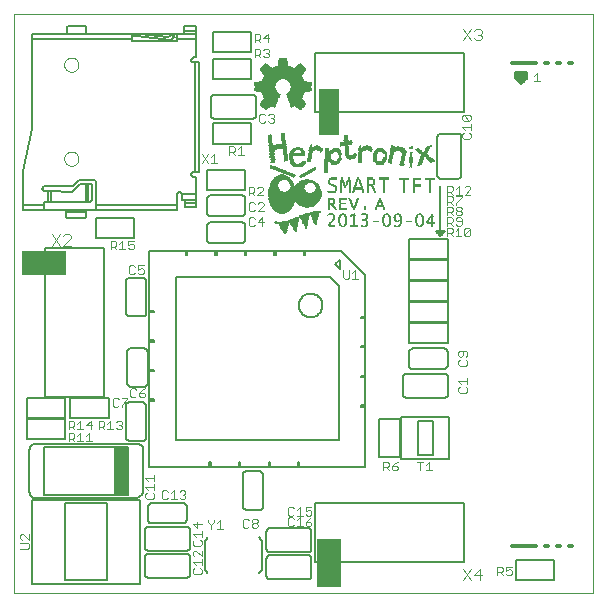
<source format=gto>
G75*
G70*
%OFA0B0*%
%FSLAX24Y24*%
%IPPOS*%
%LPD*%
%AMOC8*
5,1,8,0,0,1.08239X$1,22.5*
%
%ADD10C,0.0000*%
%ADD11R,0.1500X0.0800*%
%ADD12R,0.0800X0.1600*%
%ADD13R,0.0700X0.1550*%
%ADD14C,0.0060*%
%ADD15R,0.0061X0.0012*%
%ADD16R,0.0085X0.0012*%
%ADD17R,0.0110X0.0012*%
%ADD18R,0.0122X0.0012*%
%ADD19R,0.0146X0.0012*%
%ADD20R,0.0037X0.0012*%
%ADD21R,0.0159X0.0012*%
%ADD22R,0.0171X0.0012*%
%ADD23R,0.0073X0.0012*%
%ADD24R,0.0183X0.0012*%
%ADD25R,0.0098X0.0012*%
%ADD26R,0.0207X0.0012*%
%ADD27R,0.0220X0.0012*%
%ADD28R,0.0244X0.0012*%
%ADD29R,0.0134X0.0012*%
%ADD30R,0.0256X0.0012*%
%ADD31R,0.0269X0.0012*%
%ADD32R,0.0281X0.0012*%
%ADD33R,0.0195X0.0012*%
%ADD34R,0.0305X0.0012*%
%ADD35R,0.0317X0.0012*%
%ADD36R,0.0232X0.0012*%
%ADD37R,0.0049X0.0012*%
%ADD38R,0.0330X0.0012*%
%ADD39R,0.0342X0.0012*%
%ADD40R,0.0415X0.0012*%
%ADD41R,0.0488X0.0012*%
%ADD42R,0.0500X0.0012*%
%ADD43R,0.0806X0.0012*%
%ADD44R,0.0537X0.0012*%
%ADD45R,0.0293X0.0012*%
%ADD46R,0.0452X0.0012*%
%ADD47R,0.0366X0.0012*%
%ADD48R,0.0391X0.0012*%
%ADD49R,0.0354X0.0012*%
%ADD50R,0.0476X0.0012*%
%ADD51R,0.0439X0.0012*%
%ADD52R,0.0024X0.0012*%
%ADD53R,0.0403X0.0012*%
%ADD54R,0.0378X0.0012*%
%ADD55R,0.0513X0.0012*%
%ADD56R,0.0561X0.0012*%
%ADD57R,0.0586X0.0012*%
%ADD58R,0.0610X0.0012*%
%ADD59R,0.0635X0.0012*%
%ADD60R,0.0659X0.0012*%
%ADD61R,0.0671X0.0012*%
%ADD62R,0.0683X0.0012*%
%ADD63R,0.0708X0.0012*%
%ADD64R,0.0732X0.0012*%
%ADD65R,0.0427X0.0012*%
%ADD66R,0.0757X0.0012*%
%ADD67R,0.0781X0.0012*%
%ADD68R,0.0525X0.0012*%
%ADD69R,0.0549X0.0012*%
%ADD70R,0.0598X0.0012*%
%ADD71R,0.0622X0.0012*%
%ADD72R,0.0647X0.0012*%
%ADD73R,0.0830X0.0012*%
%ADD74R,0.0696X0.0012*%
%ADD75R,0.0720X0.0012*%
%ADD76R,0.0854X0.0012*%
%ADD77R,0.0744X0.0012*%
%ADD78R,0.0769X0.0012*%
%ADD79R,0.0879X0.0012*%
%ADD80R,0.0793X0.0012*%
%ADD81R,0.1696X0.0012*%
%ADD82R,0.1709X0.0012*%
%ADD83R,0.1733X0.0012*%
%ADD84R,0.1745X0.0012*%
%ADD85R,0.1757X0.0012*%
%ADD86R,0.1770X0.0012*%
%ADD87R,0.1782X0.0012*%
%ADD88R,0.1355X0.0012*%
%ADD89R,0.1318X0.0012*%
%ADD90R,0.1294X0.0012*%
%ADD91R,0.0464X0.0012*%
%ADD92R,0.0012X0.0012*%
%ADD93R,0.0010X0.0003*%
%ADD94R,0.0023X0.0003*%
%ADD95R,0.0032X0.0003*%
%ADD96R,0.0029X0.0003*%
%ADD97R,0.0039X0.0003*%
%ADD98R,0.0045X0.0003*%
%ADD99R,0.0055X0.0003*%
%ADD100R,0.0061X0.0003*%
%ADD101R,0.0071X0.0003*%
%ADD102R,0.0077X0.0003*%
%ADD103R,0.0087X0.0003*%
%ADD104R,0.0094X0.0003*%
%ADD105R,0.0103X0.0003*%
%ADD106R,0.0100X0.0003*%
%ADD107R,0.0110X0.0003*%
%ADD108R,0.0119X0.0003*%
%ADD109R,0.0116X0.0003*%
%ADD110R,0.0126X0.0003*%
%ADD111R,0.0136X0.0003*%
%ADD112R,0.0132X0.0003*%
%ADD113R,0.0142X0.0003*%
%ADD114R,0.0149X0.0003*%
%ADD115R,0.0158X0.0003*%
%ADD116R,0.0165X0.0003*%
%ADD117R,0.0174X0.0003*%
%ADD118R,0.0181X0.0003*%
%ADD119R,0.0190X0.0003*%
%ADD120R,0.0187X0.0003*%
%ADD121R,0.0197X0.0003*%
%ADD122R,0.0207X0.0003*%
%ADD123R,0.0203X0.0003*%
%ADD124R,0.0213X0.0003*%
%ADD125R,0.0223X0.0003*%
%ADD126R,0.0220X0.0003*%
%ADD127R,0.0229X0.0003*%
%ADD128R,0.0016X0.0003*%
%ADD129R,0.0236X0.0003*%
%ADD130R,0.0026X0.0003*%
%ADD131R,0.0245X0.0003*%
%ADD132R,0.0252X0.0003*%
%ADD133R,0.0042X0.0003*%
%ADD134R,0.0261X0.0003*%
%ADD135R,0.0268X0.0003*%
%ADD136R,0.0052X0.0003*%
%ADD137R,0.0278X0.0003*%
%ADD138R,0.0274X0.0003*%
%ADD139R,0.0284X0.0003*%
%ADD140R,0.0068X0.0003*%
%ADD141R,0.0294X0.0003*%
%ADD142R,0.0291X0.0003*%
%ADD143R,0.0300X0.0003*%
%ADD144R,0.0084X0.0003*%
%ADD145R,0.0310X0.0003*%
%ADD146R,0.0090X0.0003*%
%ADD147R,0.0307X0.0003*%
%ADD148R,0.0316X0.0003*%
%ADD149R,0.0097X0.0003*%
%ADD150R,0.0323X0.0003*%
%ADD151R,0.0107X0.0003*%
%ADD152R,0.0333X0.0003*%
%ADD153R,0.0113X0.0003*%
%ADD154R,0.0465X0.0003*%
%ADD155R,0.0471X0.0003*%
%ADD156R,0.0475X0.0003*%
%ADD157R,0.0481X0.0003*%
%ADD158R,0.0478X0.0003*%
%ADD159R,0.0484X0.0003*%
%ADD160R,0.0487X0.0003*%
%ADD161R,0.0494X0.0003*%
%ADD162R,0.0497X0.0003*%
%ADD163R,0.0504X0.0003*%
%ADD164R,0.0500X0.0003*%
%ADD165R,0.0507X0.0003*%
%ADD166R,0.0513X0.0003*%
%ADD167R,0.0510X0.0003*%
%ADD168R,0.0517X0.0003*%
%ADD169R,0.0520X0.0003*%
%ADD170R,0.0526X0.0003*%
%ADD171R,0.0529X0.0003*%
%ADD172R,0.0533X0.0003*%
%ADD173R,0.0536X0.0003*%
%ADD174R,0.0523X0.0003*%
%ADD175R,0.0491X0.0003*%
%ADD176R,0.0539X0.0003*%
%ADD177R,0.0542X0.0003*%
%ADD178R,0.0546X0.0003*%
%ADD179R,0.0549X0.0003*%
%ADD180R,0.0552X0.0003*%
%ADD181R,0.0555X0.0003*%
%ADD182R,0.0559X0.0003*%
%ADD183R,0.0562X0.0003*%
%ADD184R,0.0565X0.0003*%
%ADD185R,0.0568X0.0003*%
%ADD186R,0.0571X0.0003*%
%ADD187R,0.0575X0.0003*%
%ADD188R,0.0578X0.0003*%
%ADD189R,0.0591X0.0003*%
%ADD190R,0.0607X0.0003*%
%ADD191R,0.0604X0.0003*%
%ADD192R,0.0620X0.0003*%
%ADD193R,0.0623X0.0003*%
%ADD194R,0.0636X0.0003*%
%ADD195R,0.0652X0.0003*%
%ADD196R,0.0649X0.0003*%
%ADD197R,0.0668X0.0003*%
%ADD198R,0.0681X0.0003*%
%ADD199R,0.0697X0.0003*%
%ADD200R,0.0713X0.0003*%
%ADD201R,0.0720X0.0003*%
%ADD202R,0.0723X0.0003*%
%ADD203R,0.0717X0.0003*%
%ADD204R,0.0710X0.0003*%
%ADD205R,0.0707X0.0003*%
%ADD206R,0.0704X0.0003*%
%ADD207R,0.0701X0.0003*%
%ADD208R,0.0694X0.0003*%
%ADD209R,0.0691X0.0003*%
%ADD210R,0.0726X0.0003*%
%ADD211R,0.0688X0.0003*%
%ADD212R,0.0684X0.0003*%
%ADD213R,0.0671X0.0003*%
%ADD214R,0.0655X0.0003*%
%ADD215R,0.0659X0.0003*%
%ADD216R,0.0642X0.0003*%
%ADD217R,0.0639X0.0003*%
%ADD218R,0.0626X0.0003*%
%ADD219R,0.0610X0.0003*%
%ADD220R,0.0613X0.0003*%
%ADD221R,0.0597X0.0003*%
%ADD222R,0.0584X0.0003*%
%ADD223R,0.0581X0.0003*%
%ADD224R,0.0594X0.0003*%
%ADD225R,0.0600X0.0003*%
%ADD226R,0.0630X0.0003*%
%ADD227R,0.1333X0.0003*%
%ADD228R,0.1330X0.0003*%
%ADD229R,0.1327X0.0003*%
%ADD230R,0.1324X0.0003*%
%ADD231R,0.1320X0.0003*%
%ADD232R,0.1314X0.0003*%
%ADD233R,0.1311X0.0003*%
%ADD234R,0.1307X0.0003*%
%ADD235R,0.1304X0.0003*%
%ADD236R,0.1301X0.0003*%
%ADD237R,0.1295X0.0003*%
%ADD238R,0.1291X0.0003*%
%ADD239R,0.1288X0.0003*%
%ADD240R,0.1285X0.0003*%
%ADD241R,0.1282X0.0003*%
%ADD242R,0.1275X0.0003*%
%ADD243R,0.1272X0.0003*%
%ADD244R,0.1269X0.0003*%
%ADD245R,0.1266X0.0003*%
%ADD246R,0.1262X0.0003*%
%ADD247R,0.1256X0.0003*%
%ADD248R,0.1253X0.0003*%
%ADD249R,0.1249X0.0003*%
%ADD250R,0.1278X0.0003*%
%ADD251R,0.1317X0.0003*%
%ADD252R,0.1340X0.0003*%
%ADD253R,0.1346X0.0003*%
%ADD254R,0.1349X0.0003*%
%ADD255R,0.1353X0.0003*%
%ADD256R,0.1359X0.0003*%
%ADD257R,0.1362X0.0003*%
%ADD258R,0.1366X0.0003*%
%ADD259R,0.1372X0.0003*%
%ADD260R,0.1375X0.0003*%
%ADD261R,0.1379X0.0003*%
%ADD262R,0.1385X0.0003*%
%ADD263R,0.1388X0.0003*%
%ADD264R,0.1391X0.0003*%
%ADD265R,0.1398X0.0003*%
%ADD266R,0.1404X0.0003*%
%ADD267R,0.1411X0.0003*%
%ADD268R,0.1417X0.0003*%
%ADD269R,0.1420X0.0003*%
%ADD270R,0.1424X0.0003*%
%ADD271R,0.1430X0.0003*%
%ADD272R,0.1433X0.0003*%
%ADD273R,0.1437X0.0003*%
%ADD274R,0.1443X0.0003*%
%ADD275R,0.1446X0.0003*%
%ADD276R,0.1450X0.0003*%
%ADD277R,0.1456X0.0003*%
%ADD278R,0.1459X0.0003*%
%ADD279R,0.1462X0.0003*%
%ADD280R,0.1469X0.0003*%
%ADD281R,0.1475X0.0003*%
%ADD282R,0.1482X0.0003*%
%ADD283R,0.1488X0.0003*%
%ADD284R,0.1491X0.0003*%
%ADD285R,0.1495X0.0003*%
%ADD286R,0.1501X0.0003*%
%ADD287R,0.1504X0.0003*%
%ADD288R,0.1508X0.0003*%
%ADD289R,0.1514X0.0003*%
%ADD290R,0.1517X0.0003*%
%ADD291R,0.1521X0.0003*%
%ADD292R,0.1527X0.0003*%
%ADD293R,0.1530X0.0003*%
%ADD294R,0.1533X0.0003*%
%ADD295R,0.0368X0.0003*%
%ADD296R,0.0365X0.0003*%
%ADD297R,0.0358X0.0003*%
%ADD298R,0.0355X0.0003*%
%ADD299R,0.0349X0.0003*%
%ADD300R,0.0342X0.0003*%
%ADD301R,0.0339X0.0003*%
%ADD302R,0.0326X0.0003*%
%ADD303R,0.0617X0.0003*%
%ADD304R,0.0588X0.0003*%
%ADD305R,0.0287X0.0003*%
%ADD306R,0.0271X0.0003*%
%ADD307R,0.0255X0.0003*%
%ADD308R,0.0239X0.0003*%
%ADD309R,0.0462X0.0003*%
%ADD310R,0.0446X0.0003*%
%ADD311R,0.0429X0.0003*%
%ADD312R,0.0413X0.0003*%
%ADD313R,0.0397X0.0003*%
%ADD314R,0.0200X0.0003*%
%ADD315R,0.0384X0.0003*%
%ADD316R,0.0371X0.0003*%
%ADD317R,0.0184X0.0003*%
%ADD318R,0.0168X0.0003*%
%ADD319R,0.0152X0.0003*%
%ADD320R,0.0352X0.0003*%
%ADD321R,0.0081X0.0003*%
%ADD322R,0.0345X0.0003*%
%ADD323R,0.0065X0.0003*%
%ADD324R,0.0048X0.0003*%
%ADD325R,0.0336X0.0003*%
%ADD326R,0.0329X0.0003*%
%ADD327R,0.0320X0.0003*%
%ADD328R,0.0313X0.0003*%
%ADD329R,0.0303X0.0003*%
%ADD330R,0.0297X0.0003*%
%ADD331R,0.0281X0.0003*%
%ADD332R,0.0265X0.0003*%
%ADD333C,0.0050*%
%ADD334C,0.0030*%
%ADD335C,0.0080*%
%ADD336C,0.0120*%
%ADD337R,0.0500X0.1600*%
D10*
X000980Y000980D02*
X000980Y020271D01*
X020271Y020271D01*
X020271Y000980D01*
X000980Y000980D01*
X002638Y015441D02*
X002640Y015471D01*
X002646Y015501D01*
X002655Y015530D01*
X002668Y015557D01*
X002685Y015582D01*
X002704Y015605D01*
X002727Y015626D01*
X002752Y015643D01*
X002778Y015657D01*
X002807Y015667D01*
X002836Y015674D01*
X002866Y015677D01*
X002897Y015676D01*
X002927Y015671D01*
X002956Y015662D01*
X002983Y015650D01*
X003009Y015635D01*
X003033Y015616D01*
X003054Y015594D01*
X003072Y015570D01*
X003087Y015543D01*
X003098Y015515D01*
X003106Y015486D01*
X003110Y015456D01*
X003110Y015426D01*
X003106Y015396D01*
X003098Y015367D01*
X003087Y015339D01*
X003072Y015312D01*
X003054Y015288D01*
X003033Y015266D01*
X003009Y015247D01*
X002983Y015232D01*
X002956Y015220D01*
X002927Y015211D01*
X002897Y015206D01*
X002866Y015205D01*
X002836Y015208D01*
X002807Y015215D01*
X002778Y015225D01*
X002752Y015239D01*
X002727Y015256D01*
X002704Y015277D01*
X002685Y015300D01*
X002668Y015325D01*
X002655Y015352D01*
X002646Y015381D01*
X002640Y015411D01*
X002638Y015441D01*
X002638Y018574D02*
X002640Y018604D01*
X002646Y018634D01*
X002655Y018663D01*
X002668Y018690D01*
X002685Y018715D01*
X002704Y018738D01*
X002727Y018759D01*
X002752Y018776D01*
X002778Y018790D01*
X002807Y018800D01*
X002836Y018807D01*
X002866Y018810D01*
X002897Y018809D01*
X002927Y018804D01*
X002956Y018795D01*
X002983Y018783D01*
X003009Y018768D01*
X003033Y018749D01*
X003054Y018727D01*
X003072Y018703D01*
X003087Y018676D01*
X003098Y018648D01*
X003106Y018619D01*
X003110Y018589D01*
X003110Y018559D01*
X003106Y018529D01*
X003098Y018500D01*
X003087Y018472D01*
X003072Y018445D01*
X003054Y018421D01*
X003033Y018399D01*
X003009Y018380D01*
X002983Y018365D01*
X002956Y018353D01*
X002927Y018344D01*
X002897Y018339D01*
X002866Y018338D01*
X002836Y018341D01*
X002807Y018348D01*
X002778Y018358D01*
X002752Y018372D01*
X002727Y018389D01*
X002704Y018410D01*
X002685Y018433D01*
X002668Y018458D01*
X002655Y018485D01*
X002646Y018514D01*
X002640Y018544D01*
X002638Y018574D01*
D11*
X001980Y011980D03*
D12*
X011480Y001980D03*
D13*
X011480Y017005D03*
D14*
X015180Y014530D02*
X015180Y012857D01*
X015030Y013031D01*
X015330Y013031D01*
X015030Y013031D01*
X015080Y012973D02*
X015280Y012973D01*
X015330Y013031D02*
X015180Y012857D01*
X015131Y012914D02*
X015229Y012914D01*
X011786Y011191D02*
X011786Y006074D01*
X006374Y006074D01*
X006374Y011486D01*
X011491Y011486D01*
X011786Y011191D01*
X010458Y010552D02*
X010460Y010591D01*
X010466Y010630D01*
X010476Y010668D01*
X010489Y010705D01*
X010506Y010740D01*
X010526Y010774D01*
X010550Y010805D01*
X010577Y010834D01*
X010606Y010860D01*
X010638Y010883D01*
X010672Y010903D01*
X010708Y010919D01*
X010745Y010931D01*
X010784Y010940D01*
X010823Y010945D01*
X010862Y010946D01*
X010901Y010943D01*
X010940Y010936D01*
X010977Y010925D01*
X011014Y010911D01*
X011049Y010893D01*
X011082Y010872D01*
X011113Y010847D01*
X011141Y010820D01*
X011166Y010790D01*
X011188Y010757D01*
X011207Y010723D01*
X011222Y010687D01*
X011234Y010649D01*
X011242Y010611D01*
X011246Y010572D01*
X011246Y010532D01*
X011242Y010493D01*
X011234Y010455D01*
X011222Y010417D01*
X011207Y010381D01*
X011188Y010347D01*
X011166Y010314D01*
X011141Y010284D01*
X011113Y010257D01*
X011082Y010232D01*
X011049Y010211D01*
X011014Y010193D01*
X010977Y010179D01*
X010940Y010168D01*
X010901Y010161D01*
X010862Y010158D01*
X010823Y010159D01*
X010784Y010164D01*
X010745Y010173D01*
X010708Y010185D01*
X010672Y010201D01*
X010638Y010221D01*
X010606Y010244D01*
X010577Y010270D01*
X010550Y010299D01*
X010526Y010330D01*
X010506Y010364D01*
X010489Y010399D01*
X010476Y010436D01*
X010466Y010474D01*
X010460Y010513D01*
X010458Y010552D01*
D15*
X009987Y012917D03*
X010353Y013015D03*
X010353Y013027D03*
X010707Y013125D03*
X011464Y013197D03*
X011464Y013209D03*
X011476Y013221D03*
X011476Y013234D03*
X011488Y013246D03*
X011513Y013282D03*
X011525Y013295D03*
X011537Y013307D03*
X011549Y013319D03*
X011561Y013331D03*
X011574Y013343D03*
X011586Y013356D03*
X011598Y013368D03*
X011598Y013380D03*
X011610Y013392D03*
X011623Y013404D03*
X011623Y013417D03*
X011635Y013429D03*
X011635Y013441D03*
X011635Y013453D03*
X011635Y013490D03*
X011635Y013502D03*
X011635Y013514D03*
X011623Y013539D03*
X011464Y013551D03*
X011647Y013795D03*
X011635Y013807D03*
X011610Y013844D03*
X011598Y013856D03*
X011586Y013868D03*
X011635Y013954D03*
X011635Y013966D03*
X011647Y013990D03*
X011647Y014002D03*
X011647Y014015D03*
X011647Y014027D03*
X011647Y014039D03*
X011635Y014051D03*
X011708Y014381D03*
X011708Y014442D03*
X011708Y014454D03*
X011464Y014637D03*
X011464Y014698D03*
X011464Y014710D03*
X010988Y015125D03*
X010536Y014796D03*
X011208Y015662D03*
X011671Y015772D03*
X012330Y015577D03*
X012477Y015296D03*
X012477Y014723D03*
X012489Y014686D03*
X012501Y014649D03*
X012513Y014613D03*
X012513Y014600D03*
X012526Y014576D03*
X012526Y014564D03*
X012538Y014539D03*
X012538Y014527D03*
X012550Y014503D03*
X012550Y014491D03*
X012562Y014466D03*
X012587Y014393D03*
X012587Y014381D03*
X012587Y014369D03*
X012599Y014356D03*
X012599Y014344D03*
X012599Y014332D03*
X012611Y014320D03*
X012611Y014308D03*
X012611Y014295D03*
X012916Y014478D03*
X012916Y014491D03*
X012928Y014466D03*
X012941Y014442D03*
X012953Y014417D03*
X012965Y014393D03*
X012965Y014381D03*
X012977Y014369D03*
X012977Y014356D03*
X012989Y014344D03*
X012989Y014332D03*
X013002Y014320D03*
X013002Y014308D03*
X013014Y014295D03*
X013295Y014295D03*
X013295Y014308D03*
X013295Y014320D03*
X013295Y014332D03*
X013295Y014344D03*
X013295Y014356D03*
X013295Y014369D03*
X013295Y014381D03*
X013295Y014393D03*
X013295Y014405D03*
X013295Y014417D03*
X013295Y014430D03*
X013295Y014442D03*
X013295Y014454D03*
X013295Y014466D03*
X013295Y014478D03*
X013295Y014491D03*
X013295Y014503D03*
X013295Y014515D03*
X013295Y014527D03*
X013295Y014539D03*
X013295Y014552D03*
X013295Y014564D03*
X013295Y014576D03*
X013295Y014588D03*
X013295Y014600D03*
X013295Y014613D03*
X013295Y014625D03*
X013295Y014637D03*
X013295Y014649D03*
X013295Y014661D03*
X013295Y014674D03*
X013295Y014686D03*
X013295Y014698D03*
X013295Y014710D03*
X013295Y014723D03*
X012977Y014686D03*
X012977Y014674D03*
X012977Y014661D03*
X012977Y014649D03*
X012977Y014637D03*
X012977Y014625D03*
X012965Y014600D03*
X012355Y014564D03*
X012343Y014527D03*
X012330Y014491D03*
X012294Y014381D03*
X012294Y014369D03*
X012282Y014344D03*
X012282Y014332D03*
X012269Y014308D03*
X012269Y014295D03*
X012172Y014381D03*
X012172Y014393D03*
X012172Y014405D03*
X012013Y014491D03*
X012147Y014100D03*
X012147Y014088D03*
X012160Y014076D03*
X012160Y014063D03*
X012172Y014039D03*
X012172Y014027D03*
X012184Y014015D03*
X012184Y014002D03*
X012196Y013978D03*
X012196Y013966D03*
X012208Y013954D03*
X012208Y013941D03*
X012221Y013929D03*
X012221Y013917D03*
X012221Y013905D03*
X012233Y013893D03*
X012233Y013880D03*
X012245Y013868D03*
X012245Y013856D03*
X012245Y013844D03*
X012330Y013844D03*
X012355Y013905D03*
X012282Y013746D03*
X012306Y013575D03*
X012306Y013526D03*
X012306Y013514D03*
X012306Y013502D03*
X012306Y013490D03*
X012306Y013478D03*
X012306Y013465D03*
X012306Y013453D03*
X012306Y013441D03*
X012306Y013429D03*
X012306Y013417D03*
X012306Y013404D03*
X012306Y013392D03*
X012306Y013380D03*
X012306Y013368D03*
X012306Y013356D03*
X012306Y013343D03*
X012306Y013331D03*
X012306Y013319D03*
X012306Y013307D03*
X012306Y013295D03*
X012306Y013282D03*
X012306Y013270D03*
X012306Y013258D03*
X012306Y013246D03*
X012306Y013234D03*
X012306Y013221D03*
X012306Y013209D03*
X012306Y013197D03*
X012025Y013258D03*
X012025Y013270D03*
X012037Y013307D03*
X012037Y013319D03*
X012037Y013331D03*
X012037Y013343D03*
X012037Y013356D03*
X012037Y013368D03*
X012037Y013380D03*
X012037Y013392D03*
X012037Y013404D03*
X012037Y013417D03*
X012037Y013429D03*
X012025Y013465D03*
X012025Y013478D03*
X012013Y013514D03*
X011867Y013551D03*
X011842Y013526D03*
X011818Y013478D03*
X011818Y013465D03*
X011806Y013417D03*
X011806Y013404D03*
X011806Y013392D03*
X011806Y013380D03*
X011806Y013368D03*
X011806Y013356D03*
X011806Y013343D03*
X011806Y013331D03*
X011806Y013319D03*
X011818Y013270D03*
X011818Y013258D03*
X011830Y013234D03*
X011842Y013209D03*
X011867Y013185D03*
X012013Y013221D03*
X012721Y013197D03*
X012733Y013209D03*
X012745Y013221D03*
X012745Y013234D03*
X012745Y013246D03*
X012745Y013258D03*
X012745Y013270D03*
X012745Y013282D03*
X012745Y013295D03*
X012745Y013307D03*
X012733Y013319D03*
X012733Y013331D03*
X012709Y013417D03*
X012733Y013453D03*
X012733Y013465D03*
X012733Y013514D03*
X012733Y013526D03*
X012721Y013539D03*
X013209Y013978D03*
X013209Y013990D03*
X013221Y013954D03*
X013234Y013929D03*
X013234Y013917D03*
X013246Y013893D03*
X013246Y013880D03*
X013258Y013868D03*
X013270Y013819D03*
X013282Y013807D03*
X013282Y013795D03*
X013295Y013771D03*
X013295Y013758D03*
X013307Y013746D03*
X013307Y013734D03*
X013331Y013551D03*
X013307Y013526D03*
X013282Y013478D03*
X013282Y013465D03*
X013270Y013417D03*
X013270Y013404D03*
X013270Y013392D03*
X013270Y013380D03*
X013270Y013368D03*
X013270Y013356D03*
X013270Y013343D03*
X013270Y013331D03*
X013270Y013319D03*
X013282Y013270D03*
X013282Y013258D03*
X013295Y013234D03*
X013307Y013209D03*
X013331Y013185D03*
X013478Y013221D03*
X013490Y013258D03*
X013490Y013270D03*
X013502Y013307D03*
X013502Y013319D03*
X013502Y013331D03*
X013502Y013343D03*
X013502Y013356D03*
X013502Y013368D03*
X013502Y013380D03*
X013502Y013392D03*
X013502Y013404D03*
X013502Y013417D03*
X013502Y013429D03*
X013490Y013465D03*
X013490Y013478D03*
X013478Y013514D03*
X013649Y013478D03*
X013649Y013441D03*
X013649Y013429D03*
X013649Y013417D03*
X013661Y013392D03*
X013661Y013380D03*
X013673Y013368D03*
X013685Y013356D03*
X013856Y013404D03*
X013856Y013417D03*
X013856Y013429D03*
X013856Y013441D03*
X013856Y013453D03*
X013856Y013465D03*
X013856Y013478D03*
X013844Y013514D03*
X013832Y013526D03*
X013832Y013539D03*
X013685Y013551D03*
X013673Y013539D03*
X013856Y013295D03*
X013856Y013282D03*
X013844Y013246D03*
X013832Y013221D03*
X013819Y013209D03*
X013807Y013197D03*
X013795Y013185D03*
X014369Y013319D03*
X014369Y013331D03*
X014369Y013343D03*
X014369Y013356D03*
X014369Y013368D03*
X014369Y013380D03*
X014369Y013392D03*
X014369Y013404D03*
X014369Y013417D03*
X014381Y013465D03*
X014381Y013478D03*
X014405Y013526D03*
X014430Y013551D03*
X014576Y013514D03*
X014588Y013478D03*
X014588Y013465D03*
X014600Y013429D03*
X014600Y013417D03*
X014600Y013404D03*
X014600Y013392D03*
X014600Y013380D03*
X014600Y013368D03*
X014600Y013356D03*
X014600Y013343D03*
X014600Y013331D03*
X014600Y013319D03*
X014600Y013307D03*
X014588Y013270D03*
X014588Y013258D03*
X014576Y013221D03*
X014430Y013185D03*
X014405Y013209D03*
X014393Y013234D03*
X014381Y013258D03*
X014381Y013270D03*
X014747Y013331D03*
X014906Y013563D03*
X014906Y013575D03*
X014832Y014283D03*
X014832Y014295D03*
X014832Y014308D03*
X014832Y014320D03*
X014832Y014332D03*
X014832Y014344D03*
X014832Y014356D03*
X014832Y014369D03*
X014832Y014381D03*
X014832Y014393D03*
X014832Y014405D03*
X014832Y014417D03*
X014832Y014430D03*
X014832Y014442D03*
X014832Y014454D03*
X014832Y014466D03*
X014832Y014478D03*
X014832Y014491D03*
X014832Y014503D03*
X014832Y014515D03*
X014832Y014527D03*
X014832Y014539D03*
X014832Y014552D03*
X014832Y014564D03*
X014832Y014576D03*
X014832Y014588D03*
X014832Y014600D03*
X014832Y014613D03*
X014832Y014625D03*
X014832Y014637D03*
X014832Y014649D03*
X014832Y014661D03*
X014832Y014674D03*
X014832Y014686D03*
X014832Y014698D03*
X014832Y014710D03*
X013978Y014710D03*
X013978Y014698D03*
X013978Y014686D03*
X013978Y014674D03*
X013978Y014661D03*
X013978Y014649D03*
X013978Y014637D03*
X013978Y014625D03*
X013978Y014613D03*
X013978Y014600D03*
X013978Y014588D03*
X013978Y014576D03*
X013978Y014564D03*
X013978Y014552D03*
X013978Y014539D03*
X013978Y014527D03*
X013978Y014515D03*
X013978Y014503D03*
X013978Y014491D03*
X013978Y014478D03*
X013978Y014466D03*
X013978Y014454D03*
X013978Y014442D03*
X013978Y014430D03*
X013978Y014417D03*
X013978Y014405D03*
X013978Y014393D03*
X013978Y014381D03*
X013978Y014369D03*
X013978Y014356D03*
X013978Y014344D03*
X013978Y014332D03*
X013978Y014320D03*
X013978Y014308D03*
X013978Y014295D03*
X013978Y014283D03*
X013575Y015858D03*
D16*
X013356Y015540D03*
X013356Y015528D03*
X013356Y015516D03*
X013514Y015284D03*
X014210Y015748D03*
X014210Y015760D03*
X014430Y015748D03*
X012941Y014576D03*
X012440Y014771D03*
X012440Y014784D03*
X012135Y014747D03*
X012135Y014735D03*
X012013Y014527D03*
X011891Y014723D03*
X011891Y014735D03*
X011891Y014747D03*
X011488Y014600D03*
X011476Y014613D03*
X011623Y014063D03*
X011598Y013929D03*
X011134Y013674D03*
X011012Y013259D03*
X010695Y013161D03*
X010341Y013052D03*
X009987Y012942D03*
X009987Y012930D03*
X012208Y013526D03*
X012697Y013356D03*
X012709Y013185D03*
X013856Y013380D03*
X013856Y013392D03*
X014893Y013526D03*
X014893Y013539D03*
X012721Y015858D03*
X012489Y015845D03*
X012489Y015833D03*
X012489Y015821D03*
X012489Y015809D03*
X012489Y015797D03*
X012489Y015784D03*
X012489Y015772D03*
X012184Y016016D03*
X011208Y015674D03*
X011073Y015858D03*
X010854Y015845D03*
X010854Y015833D03*
X010854Y015821D03*
X010854Y015809D03*
X009950Y016273D03*
D17*
X010573Y015687D03*
X010585Y015674D03*
X010597Y015650D03*
X010597Y015638D03*
X010805Y015333D03*
X011208Y015687D03*
X011635Y015235D03*
X011818Y015406D03*
X011830Y015430D03*
X011830Y015443D03*
X011830Y015577D03*
X011830Y015589D03*
X011818Y015613D03*
X011891Y015858D03*
X012050Y015845D03*
X012050Y015833D03*
X012050Y015821D03*
X012050Y015809D03*
X012343Y015552D03*
X012989Y015540D03*
X012989Y015528D03*
X012989Y015516D03*
X012989Y015504D03*
X012989Y015491D03*
X012989Y015479D03*
X012989Y015467D03*
X012989Y015455D03*
X012989Y015443D03*
X012989Y015430D03*
X012989Y015418D03*
X012989Y015406D03*
X013002Y015382D03*
X013002Y015552D03*
X013002Y015565D03*
X013002Y015577D03*
X013002Y015589D03*
X013014Y015601D03*
X013331Y015613D03*
X013343Y015455D03*
X013343Y015443D03*
X013331Y015418D03*
X013331Y015406D03*
X013587Y015784D03*
X013587Y015797D03*
X013587Y015809D03*
X013600Y015821D03*
X013600Y015833D03*
X013600Y015845D03*
X014210Y015809D03*
X014210Y015797D03*
X014210Y015784D03*
X014210Y015772D03*
X014198Y015455D03*
X014198Y015443D03*
X014198Y015430D03*
X014198Y015418D03*
X014198Y015406D03*
X014198Y015394D03*
X014198Y015382D03*
X014198Y015369D03*
X014198Y015357D03*
X014198Y015345D03*
X014198Y015333D03*
X014198Y015321D03*
X014198Y015308D03*
X014881Y015321D03*
X014820Y015845D03*
X012636Y013587D03*
X012282Y013807D03*
X011537Y013587D03*
X011012Y013308D03*
X011012Y013296D03*
X010695Y013198D03*
X010695Y013186D03*
X010341Y013088D03*
X010341Y013076D03*
X009987Y012966D03*
X009987Y012954D03*
X010207Y014625D03*
X010280Y014832D03*
X010744Y014723D03*
X011037Y014576D03*
X011061Y014539D03*
X011073Y014527D03*
X011659Y014503D03*
X012440Y014735D03*
X012440Y014747D03*
X013832Y013356D03*
X014881Y013490D03*
X014881Y013502D03*
X012623Y013148D03*
X010207Y015455D03*
X010207Y015467D03*
X009572Y015296D03*
X009548Y015174D03*
D18*
X009896Y014881D03*
X010188Y014649D03*
X010201Y014637D03*
X010213Y014613D03*
X010225Y014600D03*
X010225Y014588D03*
X010225Y014576D03*
X010237Y014564D03*
X010237Y014552D03*
X010555Y014820D03*
X010970Y015101D03*
X010799Y015345D03*
X010811Y015357D03*
X010811Y015369D03*
X010811Y015382D03*
X010811Y015394D03*
X010811Y015406D03*
X010811Y015418D03*
X010811Y015430D03*
X010823Y015455D03*
X010823Y015467D03*
X010823Y015479D03*
X010823Y015491D03*
X010823Y015504D03*
X010823Y015516D03*
X010835Y015540D03*
X010835Y015552D03*
X010835Y015565D03*
X010835Y015577D03*
X010835Y015589D03*
X010848Y015626D03*
X010848Y015638D03*
X010603Y015626D03*
X010603Y015613D03*
X010567Y015699D03*
X010555Y015711D03*
X010445Y015784D03*
X010274Y015699D03*
X010262Y015687D03*
X010249Y015674D03*
X010249Y015662D03*
X010237Y015650D03*
X010237Y015638D03*
X010213Y015504D03*
X010213Y015491D03*
X010213Y015479D03*
X010213Y015443D03*
X010213Y015430D03*
X010213Y015418D03*
X010213Y015406D03*
X010213Y015394D03*
X011006Y014600D03*
X011018Y014588D03*
X011043Y014564D03*
X011055Y014552D03*
X011079Y014515D03*
X011079Y014503D03*
X011092Y014491D03*
X011092Y014478D03*
X011555Y014283D03*
X011616Y014796D03*
X011372Y014954D03*
X011372Y014967D03*
X011372Y014979D03*
X011372Y014991D03*
X011372Y015003D03*
X011372Y015028D03*
X011372Y015040D03*
X011812Y015394D03*
X011812Y015626D03*
X012068Y015626D03*
X012068Y015638D03*
X012068Y015650D03*
X012056Y015723D03*
X012056Y015736D03*
X012056Y015748D03*
X012056Y015760D03*
X012056Y015772D03*
X012056Y015784D03*
X012056Y015797D03*
X012044Y015858D03*
X012336Y015540D03*
X012324Y015528D03*
X012507Y015528D03*
X012507Y015516D03*
X012507Y015504D03*
X012507Y015491D03*
X012507Y015479D03*
X012507Y015467D03*
X012507Y015455D03*
X012507Y015443D03*
X012507Y015430D03*
X012507Y015418D03*
X012507Y015406D03*
X012507Y015394D03*
X012507Y015382D03*
X012507Y015369D03*
X012507Y015357D03*
X012507Y015345D03*
X012507Y015333D03*
X012507Y015321D03*
X012507Y015308D03*
X012507Y015540D03*
X012507Y015552D03*
X012507Y015565D03*
X012507Y015577D03*
X012507Y015589D03*
X012507Y015601D03*
X012507Y015613D03*
X013020Y015613D03*
X013008Y015369D03*
X013166Y015223D03*
X013313Y015369D03*
X013313Y015382D03*
X013325Y015394D03*
X013325Y015626D03*
X014558Y015443D03*
X014570Y015467D03*
X014570Y015479D03*
X014570Y015491D03*
X014582Y015504D03*
X013166Y014015D03*
X013386Y013575D03*
X013386Y013160D03*
X013740Y013331D03*
X014485Y013160D03*
X014485Y013575D03*
X012642Y013392D03*
X012642Y013380D03*
X012288Y013819D03*
X012288Y013832D03*
X011922Y013575D03*
X011922Y013160D03*
X011006Y013320D03*
X010689Y013210D03*
X010335Y013100D03*
X009981Y012991D03*
X009981Y012978D03*
X009896Y013600D03*
X011385Y015638D03*
X011385Y015650D03*
X011385Y015662D03*
X011385Y015674D03*
X011385Y015687D03*
X011385Y015699D03*
D19*
X011201Y015699D03*
X011067Y015845D03*
X010860Y015662D03*
X010616Y015321D03*
X010616Y015308D03*
X010603Y015296D03*
X010237Y015321D03*
X010237Y015333D03*
X010225Y015357D03*
X010042Y015369D03*
X010042Y015382D03*
X010042Y015394D03*
X010042Y015406D03*
X010030Y015418D03*
X010030Y015430D03*
X010030Y015443D03*
X010030Y015455D03*
X010030Y015467D03*
X010030Y015479D03*
X010018Y015491D03*
X010018Y015504D03*
X010018Y015516D03*
X010018Y015528D03*
X010018Y015540D03*
X010018Y015552D03*
X010018Y015565D03*
X010005Y015589D03*
X010005Y015601D03*
X010005Y015613D03*
X010005Y015626D03*
X010005Y015638D03*
X010005Y015650D03*
X009993Y015674D03*
X009993Y015687D03*
X009993Y015699D03*
X009993Y015711D03*
X009957Y015955D03*
X009957Y015967D03*
X009957Y015980D03*
X009957Y015992D03*
X009957Y016004D03*
X009957Y016016D03*
X009944Y016041D03*
X009944Y016053D03*
X009944Y016065D03*
X009944Y016077D03*
X009944Y016089D03*
X009944Y016102D03*
X009944Y016114D03*
X009944Y016126D03*
X009932Y016138D03*
X009932Y016150D03*
X009932Y016163D03*
X009932Y016175D03*
X009932Y016187D03*
X009932Y016199D03*
X009932Y016211D03*
X009932Y016224D03*
X009920Y016248D03*
X009920Y016260D03*
X009481Y016199D03*
X009481Y016187D03*
X009481Y016175D03*
X009481Y016163D03*
X009493Y016138D03*
X009493Y016126D03*
X009493Y016114D03*
X009493Y016102D03*
X009505Y016041D03*
X009505Y016028D03*
X009505Y016016D03*
X009517Y015943D03*
X009566Y015162D03*
X010152Y014698D03*
X010164Y014686D03*
X010262Y014845D03*
X010567Y014832D03*
X010249Y014503D03*
X010249Y014491D03*
X010249Y014478D03*
X011104Y014454D03*
X011104Y014442D03*
X011104Y014430D03*
X011568Y014552D03*
X011592Y014539D03*
X011616Y014527D03*
X012080Y015540D03*
X012520Y015650D03*
X012520Y015662D03*
X012837Y015711D03*
X013288Y015345D03*
X013301Y015357D03*
X013484Y015308D03*
X013496Y015321D03*
X013496Y015333D03*
X013496Y015345D03*
X013496Y015357D03*
X013508Y015369D03*
X013508Y015382D03*
X013508Y015394D03*
X013508Y015406D03*
X013520Y015418D03*
X013520Y015430D03*
X013520Y015443D03*
X013533Y015479D03*
X013533Y015491D03*
X013545Y015528D03*
X013545Y015540D03*
X013557Y015577D03*
X013557Y015589D03*
X013948Y015528D03*
X013948Y015516D03*
X013935Y015467D03*
X013935Y015455D03*
X013923Y015406D03*
X013911Y015345D03*
X013960Y015577D03*
X013960Y015589D03*
X014411Y015736D03*
X014692Y015650D03*
X014716Y015687D03*
X014729Y015711D03*
X014741Y015736D03*
X014753Y015760D03*
X014765Y015772D03*
X014765Y015784D03*
X014777Y015797D03*
X014777Y015809D03*
X014790Y015821D03*
X014790Y015833D03*
X014533Y015369D03*
X014521Y015333D03*
X014521Y015321D03*
X014509Y015296D03*
X014509Y015284D03*
X014497Y015260D03*
X014497Y015247D03*
X014485Y015223D03*
X013752Y013575D03*
X013740Y013343D03*
X012654Y013368D03*
X011006Y013369D03*
X011006Y013357D03*
X010335Y013125D03*
X009981Y013015D03*
X009981Y013003D03*
X010286Y015711D03*
X012031Y016065D03*
X012031Y016077D03*
X012031Y016089D03*
X012031Y016102D03*
X012019Y016175D03*
X012019Y016187D03*
X012019Y016199D03*
D20*
X011208Y015650D03*
X011867Y014710D03*
X011867Y014698D03*
X011867Y014686D03*
X011867Y014674D03*
X011867Y014661D03*
X011928Y014686D03*
X011928Y014698D03*
X011940Y014661D03*
X011940Y014649D03*
X011952Y014625D03*
X011952Y014613D03*
X011964Y014588D03*
X011964Y014576D03*
X011976Y014552D03*
X011976Y014539D03*
X012037Y014539D03*
X012050Y014552D03*
X012050Y014564D03*
X012050Y014576D03*
X012062Y014588D03*
X012062Y014600D03*
X012062Y014613D03*
X012074Y014625D03*
X012074Y014637D03*
X012074Y014649D03*
X012086Y014661D03*
X012086Y014674D03*
X012086Y014686D03*
X012099Y014698D03*
X012099Y014710D03*
X012160Y014710D03*
X012160Y014698D03*
X012160Y014686D03*
X012013Y014454D03*
X011854Y014442D03*
X011854Y014430D03*
X011854Y014417D03*
X011854Y014405D03*
X012184Y013514D03*
X012574Y013551D03*
X013026Y013746D03*
X013038Y013783D03*
X013087Y013905D03*
X013099Y013941D03*
X013111Y013966D03*
X013124Y014002D03*
X013661Y013185D03*
X013539Y015272D03*
X014234Y015638D03*
X014442Y015760D03*
X014857Y015308D03*
X010707Y013113D03*
X010353Y013003D03*
D21*
X010329Y013137D03*
X010402Y013442D03*
X010683Y013259D03*
X010683Y013247D03*
X009975Y013027D03*
X011110Y014417D03*
X010963Y014625D03*
X010951Y015076D03*
X010597Y015284D03*
X010256Y015284D03*
X010256Y015296D03*
X010243Y015308D03*
X010011Y015577D03*
X009999Y015662D03*
X009987Y015723D03*
X009987Y015736D03*
X009987Y015748D03*
X009963Y015906D03*
X009963Y015919D03*
X009963Y015931D03*
X009963Y015943D03*
X009950Y016028D03*
X009523Y015931D03*
X009523Y015919D03*
X009523Y015906D03*
X009523Y015894D03*
X009523Y015882D03*
X009511Y015955D03*
X009511Y015967D03*
X009511Y015980D03*
X009511Y015992D03*
X009511Y016004D03*
X009499Y016053D03*
X009499Y016065D03*
X009499Y016077D03*
X009499Y016089D03*
X009487Y016150D03*
X009548Y015711D03*
X009548Y015699D03*
X009560Y015662D03*
X009560Y015650D03*
X009560Y015638D03*
X009560Y015626D03*
X009560Y015613D03*
X009560Y015601D03*
X009572Y015565D03*
X009572Y015552D03*
X009572Y015540D03*
X009572Y015528D03*
X009572Y015516D03*
X009572Y015504D03*
X009584Y015467D03*
X009584Y015455D03*
X009584Y015443D03*
X009584Y015430D03*
X009584Y015418D03*
X009584Y015406D03*
X009597Y015369D03*
X009597Y015357D03*
X009597Y015345D03*
X009597Y015333D03*
X009597Y015321D03*
X009597Y015308D03*
X010134Y014710D03*
X010866Y015674D03*
X010304Y015723D03*
X011549Y015638D03*
X011684Y015760D03*
X011781Y015357D03*
X012086Y015528D03*
X012526Y015674D03*
X012721Y015845D03*
X013050Y015650D03*
X013295Y015650D03*
X013551Y015565D03*
X013551Y015552D03*
X013539Y015516D03*
X013539Y015504D03*
X013526Y015467D03*
X013526Y015455D03*
X013563Y015601D03*
X013563Y015613D03*
X013575Y015626D03*
X013575Y015638D03*
X013954Y015565D03*
X013954Y015552D03*
X013954Y015540D03*
X013941Y015504D03*
X013941Y015491D03*
X013941Y015479D03*
X013929Y015443D03*
X013929Y015430D03*
X013929Y015418D03*
X013917Y015394D03*
X013917Y015382D03*
X013917Y015369D03*
X013917Y015357D03*
X013905Y015333D03*
X013905Y015321D03*
X013905Y015308D03*
X013905Y015296D03*
X013905Y015284D03*
X013893Y015272D03*
X013893Y015260D03*
X013893Y015247D03*
X013893Y015235D03*
X013893Y015211D03*
X013966Y015601D03*
X013966Y015613D03*
X013966Y015626D03*
X014417Y015723D03*
X014430Y015711D03*
X014442Y015699D03*
X014478Y015674D03*
X014491Y015662D03*
X014503Y015650D03*
X014515Y015638D03*
X014735Y015504D03*
X014747Y015491D03*
X014759Y015479D03*
X014771Y015467D03*
X014784Y015455D03*
X014503Y015272D03*
X014491Y015235D03*
X014491Y013563D03*
X014491Y013173D03*
X013722Y013160D03*
X013392Y013173D03*
X013392Y013563D03*
X011928Y013563D03*
X011928Y013173D03*
X012037Y016028D03*
X012037Y016041D03*
X012037Y016053D03*
X012025Y016114D03*
X012025Y016126D03*
X012025Y016138D03*
X012025Y016150D03*
X012025Y016163D03*
D22*
X012044Y016016D03*
X013179Y015748D03*
X013581Y015650D03*
X013264Y015333D03*
X013044Y015333D03*
X013886Y015223D03*
X013960Y015638D03*
X013960Y015650D03*
X013948Y015662D03*
X014460Y015687D03*
X014802Y015443D03*
X014814Y015430D03*
X014826Y015418D03*
X013752Y013563D03*
X013728Y013173D03*
X012629Y013160D03*
X012642Y013575D03*
X012251Y013539D03*
X011531Y013575D03*
X011519Y013893D03*
X011519Y013905D03*
X011519Y014100D03*
X011104Y014393D03*
X011104Y014405D03*
X010579Y014845D03*
X010591Y015272D03*
X010262Y015272D03*
X009590Y015382D03*
X009590Y015394D03*
X009578Y015479D03*
X009578Y015491D03*
X009566Y015577D03*
X009566Y015589D03*
X009554Y015674D03*
X009554Y015687D03*
X010872Y015687D03*
X011006Y013393D03*
X011006Y013381D03*
X010677Y013284D03*
X010677Y013271D03*
X010323Y013161D03*
X010323Y013149D03*
X009981Y013039D03*
D23*
X009688Y013320D03*
X010347Y013039D03*
X010701Y013137D03*
X010701Y013149D03*
X011018Y013235D03*
X011018Y013247D03*
X011604Y013551D03*
X011629Y013526D03*
X011690Y013746D03*
X011677Y013758D03*
X011665Y013771D03*
X011653Y013783D03*
X011629Y013819D03*
X011616Y013832D03*
X011580Y013880D03*
X011616Y013941D03*
X011922Y013587D03*
X011983Y013551D03*
X011983Y013185D03*
X011922Y013148D03*
X012288Y013758D03*
X012288Y013771D03*
X012654Y013771D03*
X012654Y013783D03*
X012654Y013795D03*
X012654Y013807D03*
X012654Y013819D03*
X012654Y013758D03*
X012654Y013746D03*
X012715Y013551D03*
X012690Y013404D03*
X012715Y013343D03*
X013386Y013148D03*
X013447Y013185D03*
X013740Y013319D03*
X013813Y013551D03*
X013752Y013587D03*
X013447Y013551D03*
X013386Y013587D03*
X013166Y014063D03*
X013166Y014076D03*
X012898Y014503D03*
X012959Y014588D03*
X012971Y014698D03*
X012959Y014710D03*
X012141Y014759D03*
X012141Y014771D03*
X012141Y014784D03*
X011885Y014784D03*
X011885Y014771D03*
X011885Y014759D03*
X012007Y014515D03*
X012007Y014503D03*
X011702Y014466D03*
X011690Y014478D03*
X011702Y014369D03*
X011690Y014356D03*
X011470Y014625D03*
X011482Y014723D03*
X012336Y015565D03*
X012861Y015687D03*
X014216Y015845D03*
X014851Y015858D03*
X014485Y013587D03*
X014546Y013551D03*
X014899Y013551D03*
X014546Y013185D03*
X014485Y013148D03*
X010286Y014820D03*
X009542Y015186D03*
D24*
X009584Y015150D03*
X009560Y015723D03*
X010280Y015260D03*
X010585Y014857D03*
X010939Y015064D03*
X011171Y015711D03*
X012172Y015418D03*
X012538Y015687D03*
X012819Y014784D03*
X012819Y014527D03*
X012648Y013563D03*
X011110Y014381D03*
X011000Y013430D03*
X011000Y013418D03*
X011000Y013406D03*
X010671Y013308D03*
X010671Y013296D03*
X010378Y013430D03*
X009975Y013064D03*
X009975Y013052D03*
X010109Y014723D03*
X013587Y015662D03*
X013600Y015674D03*
X013783Y015809D03*
X013941Y015674D03*
X014832Y015406D03*
X014845Y015394D03*
X014857Y015382D03*
X014869Y015369D03*
X014881Y015357D03*
X014893Y015345D03*
X014906Y015333D03*
D25*
X014460Y015211D03*
X014192Y015211D03*
X014192Y015223D03*
X014192Y015235D03*
X014192Y015247D03*
X014192Y015260D03*
X014192Y015272D03*
X014192Y015284D03*
X014192Y015296D03*
X014192Y015199D03*
X014192Y015186D03*
X014192Y015174D03*
X014192Y015162D03*
X014192Y015150D03*
X013911Y015199D03*
X014204Y015467D03*
X014204Y015479D03*
X014204Y015491D03*
X014204Y015504D03*
X014204Y015516D03*
X014204Y015528D03*
X014204Y015540D03*
X014204Y015552D03*
X014204Y015565D03*
X014204Y015577D03*
X014204Y015589D03*
X014204Y015601D03*
X014204Y015613D03*
X014204Y015626D03*
X014216Y015821D03*
X014216Y015833D03*
X013777Y015821D03*
X013337Y015601D03*
X013337Y015589D03*
X013349Y015577D03*
X013349Y015565D03*
X013349Y015552D03*
X013349Y015504D03*
X013349Y015491D03*
X013349Y015479D03*
X013349Y015467D03*
X013337Y015430D03*
X012996Y015394D03*
X012849Y015699D03*
X012166Y015406D03*
X011836Y015455D03*
X011836Y015467D03*
X011836Y015479D03*
X011836Y015491D03*
X011836Y015504D03*
X011836Y015516D03*
X011836Y015528D03*
X011836Y015540D03*
X011836Y015552D03*
X011836Y015565D03*
X011824Y015601D03*
X011824Y015418D03*
X011494Y014735D03*
X011507Y014588D03*
X011677Y014491D03*
X011677Y014344D03*
X012129Y014723D03*
X012446Y014759D03*
X012947Y014723D03*
X013166Y014051D03*
X013166Y014039D03*
X013166Y014027D03*
X013850Y013368D03*
X013728Y013148D03*
X014887Y013514D03*
X012288Y013563D03*
X012288Y013783D03*
X012288Y013795D03*
X011018Y013284D03*
X011018Y013271D03*
X010701Y013174D03*
X010347Y013064D03*
X010542Y014808D03*
X010982Y015113D03*
X010591Y015662D03*
X010848Y015797D03*
X010860Y015858D03*
X010860Y015870D03*
D26*
X011427Y015577D03*
X011427Y015565D03*
X011415Y015540D03*
X011415Y015528D03*
X011415Y015516D03*
X011415Y015504D03*
X011415Y015491D03*
X011415Y015479D03*
X011415Y015467D03*
X011415Y015455D03*
X011647Y015247D03*
X011684Y015748D03*
X010902Y015040D03*
X010866Y015015D03*
X010841Y015003D03*
X010805Y014979D03*
X010780Y014967D03*
X010756Y014954D03*
X010732Y014942D03*
X010695Y014918D03*
X010671Y014906D03*
X010646Y014893D03*
X010561Y015247D03*
X010231Y014869D03*
X009597Y015137D03*
X011098Y014356D03*
X011098Y014344D03*
X011549Y014295D03*
X011537Y014088D03*
X011915Y013941D03*
X011915Y013929D03*
X011915Y013917D03*
X011000Y013454D03*
X011000Y013442D03*
X010719Y013564D03*
X010671Y013332D03*
X010671Y013320D03*
X010365Y013418D03*
X010317Y013198D03*
X009975Y013076D03*
X012831Y014539D03*
X013612Y015687D03*
X013929Y015687D03*
D27*
X012837Y014771D03*
X012178Y015430D03*
X011604Y014771D03*
X011421Y015430D03*
X011421Y015443D03*
X011421Y015552D03*
X011433Y015589D03*
X010896Y015711D03*
X010433Y015772D03*
X010823Y014991D03*
X009896Y014869D03*
X009896Y013612D03*
X010311Y013223D03*
X010311Y013210D03*
X009969Y013100D03*
X009969Y013088D03*
X010664Y013345D03*
X010664Y013357D03*
X010701Y013552D03*
X010994Y013491D03*
X010994Y013479D03*
X010994Y013467D03*
X011543Y014076D03*
D28*
X011934Y014076D03*
X011934Y014088D03*
X011934Y014100D03*
X011592Y014759D03*
X011653Y015260D03*
X011433Y015394D03*
X010750Y014710D03*
X010213Y014881D03*
X009615Y015125D03*
X009920Y015894D03*
X010347Y013406D03*
X010311Y013247D03*
X010311Y013235D03*
X009969Y013125D03*
X009969Y013113D03*
X010994Y013503D03*
X010994Y013515D03*
X012849Y014564D03*
X012849Y014747D03*
X013154Y015247D03*
X013630Y015699D03*
X013789Y015797D03*
X013899Y015699D03*
X014655Y015540D03*
X013166Y013856D03*
X013166Y013844D03*
X012568Y015711D03*
X012715Y015821D03*
D29*
X012513Y015638D03*
X012513Y015626D03*
X012074Y015613D03*
X012074Y015601D03*
X012074Y015589D03*
X012074Y015577D03*
X012074Y015565D03*
X012074Y015552D03*
X012062Y015662D03*
X012062Y015674D03*
X012062Y015687D03*
X012062Y015699D03*
X012062Y015711D03*
X011806Y015638D03*
X011806Y015382D03*
X011793Y015369D03*
X011378Y015321D03*
X011378Y015308D03*
X011378Y015296D03*
X011378Y015284D03*
X011378Y015272D03*
X011378Y015260D03*
X011378Y015247D03*
X011378Y015235D03*
X011378Y015223D03*
X011378Y015211D03*
X011378Y015199D03*
X011378Y015186D03*
X011378Y015174D03*
X011378Y015162D03*
X011378Y015150D03*
X011378Y015137D03*
X011378Y015125D03*
X011378Y015113D03*
X011378Y015101D03*
X011378Y015089D03*
X011378Y015076D03*
X011378Y015064D03*
X011378Y015052D03*
X011378Y015015D03*
X010963Y015089D03*
X010817Y015443D03*
X010829Y015528D03*
X010841Y015601D03*
X010841Y015613D03*
X010854Y015650D03*
X010536Y015723D03*
X010231Y015626D03*
X010231Y015613D03*
X010219Y015516D03*
X010219Y015382D03*
X010219Y015369D03*
X010231Y015345D03*
X010036Y015357D03*
X010622Y015333D03*
X010170Y014674D03*
X010182Y014661D03*
X010243Y014539D03*
X010243Y014527D03*
X010243Y014515D03*
X010988Y014613D03*
X011098Y014466D03*
X011525Y014576D03*
X011549Y014564D03*
X011635Y014515D03*
X010744Y013807D03*
X011012Y013345D03*
X011012Y013332D03*
X010683Y013235D03*
X010683Y013223D03*
X010329Y013113D03*
X012269Y013551D03*
X013026Y015345D03*
X013014Y015357D03*
X013026Y015626D03*
X013038Y015638D03*
X013307Y015638D03*
X013490Y015296D03*
X014515Y015308D03*
X014527Y015345D03*
X014527Y015357D03*
X014539Y015382D03*
X014539Y015394D03*
X014552Y015406D03*
X014552Y015418D03*
X014552Y015430D03*
X014564Y015455D03*
X014686Y015638D03*
X014698Y015662D03*
X014710Y015674D03*
X014723Y015699D03*
X014735Y015723D03*
X014747Y015748D03*
X012025Y016211D03*
X011391Y015772D03*
X011391Y015760D03*
X011391Y015748D03*
X011391Y015736D03*
X011391Y015723D03*
X011391Y015711D03*
X009926Y016236D03*
X009487Y016211D03*
D30*
X009597Y015736D03*
X009633Y015113D03*
X010195Y014893D03*
X009658Y014625D03*
X010744Y013819D03*
X010683Y013540D03*
X010658Y013393D03*
X010658Y013381D03*
X010988Y013528D03*
X010988Y013540D03*
X010329Y013393D03*
X010304Y013259D03*
X009963Y013137D03*
X011086Y014320D03*
X011549Y014308D03*
X011586Y014747D03*
X011439Y015382D03*
X011452Y015613D03*
X011684Y015736D03*
X012184Y015443D03*
X012855Y014735D03*
X011940Y013771D03*
X011940Y013758D03*
X011940Y013746D03*
X011061Y015809D03*
X014405Y014552D03*
X014405Y014539D03*
X014405Y014527D03*
X014405Y014515D03*
X014405Y014503D03*
X014661Y015528D03*
X014613Y015601D03*
D31*
X014607Y015613D03*
X014411Y014771D03*
X014411Y014759D03*
X014411Y014747D03*
X014411Y014735D03*
X014411Y014723D03*
X013154Y015260D03*
X013179Y015723D03*
X012715Y015809D03*
X012092Y015992D03*
X012092Y016004D03*
X011970Y015870D03*
X011458Y015626D03*
X010445Y015162D03*
X010164Y014906D03*
X010103Y014930D03*
X010066Y014942D03*
X010042Y014954D03*
X010005Y014967D03*
X009981Y014979D03*
X009944Y014991D03*
X009883Y015015D03*
X009847Y015028D03*
X009822Y015040D03*
X009786Y015052D03*
X009725Y015076D03*
X009688Y015089D03*
X009664Y015101D03*
X009676Y014649D03*
X009664Y014637D03*
X009651Y014613D03*
X009639Y014600D03*
X009639Y014588D03*
X009639Y014576D03*
X009627Y014564D03*
X009627Y014552D03*
X009627Y014539D03*
X010652Y013418D03*
X010652Y013406D03*
X010298Y013284D03*
X010298Y013271D03*
X009969Y013149D03*
X010994Y013552D03*
X011055Y013650D03*
X011079Y014308D03*
X013166Y013832D03*
D32*
X012306Y013185D03*
X012306Y013173D03*
X012306Y013160D03*
X011561Y014320D03*
X010988Y013564D03*
X010646Y013442D03*
X010646Y013430D03*
X009963Y013174D03*
X009963Y013161D03*
X009621Y014515D03*
X009621Y014527D03*
X009682Y014661D03*
X009694Y014674D03*
X009706Y014686D03*
X009914Y015003D03*
X009755Y015064D03*
X010134Y014918D03*
X010426Y015760D03*
X011061Y015797D03*
X011452Y015369D03*
X011684Y015723D03*
X011976Y015882D03*
X013795Y015784D03*
X014661Y015516D03*
D33*
X013154Y015235D03*
X012715Y015833D03*
X012544Y015699D03*
X011616Y014784D03*
X011104Y014369D03*
X011531Y013917D03*
X011531Y013563D03*
X011092Y013662D03*
X010323Y013186D03*
X010323Y013174D03*
X010249Y014857D03*
X010445Y015150D03*
X010579Y015260D03*
X010286Y015247D03*
X010603Y014869D03*
X010628Y014881D03*
X010713Y014930D03*
X010884Y015028D03*
X010921Y015052D03*
X010884Y015699D03*
X011067Y015833D03*
X012825Y014515D03*
X012642Y013173D03*
D34*
X012440Y014442D03*
X012440Y014454D03*
X011464Y015357D03*
X011684Y015711D03*
X010573Y014600D03*
X010561Y014588D03*
X010549Y014576D03*
X010536Y014564D03*
X010500Y014515D03*
X010500Y014503D03*
X010487Y014491D03*
X010487Y014478D03*
X009731Y014710D03*
X009621Y014466D03*
X010646Y013515D03*
X009963Y013198D03*
X009963Y013186D03*
X013173Y015711D03*
X014600Y015626D03*
D35*
X013154Y015284D03*
X012715Y015784D03*
X012190Y015467D03*
X011677Y015699D03*
X011653Y015284D03*
X012446Y014430D03*
X011031Y013637D03*
X010591Y014613D03*
X010445Y015174D03*
X010420Y015748D03*
X009896Y014845D03*
X009615Y014454D03*
X009615Y014442D03*
X009957Y013210D03*
D36*
X010658Y013369D03*
X011549Y013185D03*
X011549Y013173D03*
X011549Y013160D03*
X011098Y014332D03*
X011427Y015406D03*
X011427Y015418D03*
X011439Y015601D03*
X011061Y015821D03*
X012843Y014759D03*
X012843Y014552D03*
X013026Y013343D03*
X013026Y013331D03*
X013026Y013319D03*
X014124Y013319D03*
X014124Y013331D03*
X014124Y013343D03*
X014649Y015552D03*
X014637Y015565D03*
X014625Y015577D03*
X014613Y015589D03*
X013173Y015736D03*
D37*
X012861Y015674D03*
X012324Y015589D03*
X012410Y014723D03*
X012398Y014710D03*
X012398Y014698D03*
X012398Y014686D03*
X012385Y014674D03*
X012385Y014661D03*
X012385Y014649D03*
X012373Y014637D03*
X012373Y014625D03*
X012373Y014613D03*
X012361Y014600D03*
X012361Y014588D03*
X012361Y014576D03*
X012349Y014552D03*
X012349Y014539D03*
X012336Y014515D03*
X012336Y014503D03*
X012324Y014478D03*
X012324Y014466D03*
X012300Y014393D03*
X012288Y014356D03*
X012275Y014320D03*
X012178Y014320D03*
X012178Y014332D03*
X012178Y014344D03*
X012178Y014356D03*
X012178Y014369D03*
X012166Y014417D03*
X012166Y014430D03*
X012166Y014442D03*
X012166Y014454D03*
X012166Y014466D03*
X012166Y014478D03*
X012166Y014491D03*
X012166Y014503D03*
X012166Y014515D03*
X012166Y014527D03*
X012166Y014539D03*
X012166Y014552D03*
X012166Y014564D03*
X012166Y014576D03*
X012166Y014588D03*
X012166Y014600D03*
X012166Y014613D03*
X012166Y014625D03*
X012166Y014637D03*
X012166Y014649D03*
X012166Y014661D03*
X012166Y014674D03*
X011958Y014600D03*
X011970Y014564D03*
X011946Y014637D03*
X011934Y014674D03*
X011922Y014710D03*
X011861Y014649D03*
X011861Y014637D03*
X011861Y014625D03*
X011861Y014613D03*
X011861Y014600D03*
X011861Y014588D03*
X011861Y014576D03*
X011861Y014564D03*
X011861Y014552D03*
X011861Y014539D03*
X011861Y014527D03*
X011861Y014515D03*
X011861Y014503D03*
X011861Y014491D03*
X011861Y014478D03*
X011861Y014466D03*
X011861Y014454D03*
X011848Y014393D03*
X011848Y014381D03*
X011848Y014369D03*
X011848Y014356D03*
X011848Y014344D03*
X011848Y014332D03*
X011848Y014320D03*
X011848Y014308D03*
X011848Y014295D03*
X011714Y014393D03*
X011714Y014405D03*
X011714Y014417D03*
X011714Y014430D03*
X011446Y014344D03*
X011458Y014063D03*
X011458Y014051D03*
X011458Y014039D03*
X011458Y014027D03*
X011458Y014015D03*
X011458Y014002D03*
X011458Y013990D03*
X011458Y013978D03*
X011458Y013966D03*
X011458Y013954D03*
X011458Y013941D03*
X011458Y013929D03*
X011458Y013880D03*
X011458Y013868D03*
X011458Y013856D03*
X011458Y013844D03*
X011458Y013832D03*
X011458Y013819D03*
X011458Y013807D03*
X011458Y013795D03*
X011458Y013783D03*
X011458Y013771D03*
X011458Y013758D03*
X011458Y013746D03*
X011641Y013978D03*
X011836Y013978D03*
X011836Y013966D03*
X011836Y013954D03*
X011836Y013990D03*
X011836Y014002D03*
X011836Y014015D03*
X011836Y014027D03*
X011836Y014039D03*
X011836Y014051D03*
X011836Y014063D03*
X011836Y013905D03*
X011836Y013893D03*
X011836Y013880D03*
X011836Y013868D03*
X011836Y013856D03*
X011836Y013844D03*
X011836Y013832D03*
X011836Y013819D03*
X011836Y013807D03*
X011836Y013795D03*
X011836Y013783D03*
X011848Y013539D03*
X011836Y013514D03*
X011824Y013502D03*
X011824Y013490D03*
X011812Y013453D03*
X011812Y013441D03*
X011812Y013429D03*
X011812Y013307D03*
X011812Y013295D03*
X011812Y013282D03*
X011824Y013246D03*
X011836Y013221D03*
X011848Y013197D03*
X011995Y013197D03*
X012007Y013209D03*
X012019Y013234D03*
X012019Y013246D03*
X012031Y013282D03*
X012031Y013295D03*
X012031Y013441D03*
X012031Y013453D03*
X012019Y013490D03*
X012019Y013502D03*
X012007Y013526D03*
X011995Y013539D03*
X011641Y013478D03*
X011641Y013465D03*
X011507Y013270D03*
X011494Y013258D03*
X011018Y013223D03*
X012190Y013990D03*
X012166Y014051D03*
X012385Y013990D03*
X012385Y013978D03*
X012385Y013966D03*
X012373Y013954D03*
X012373Y013941D03*
X012361Y013929D03*
X012361Y013917D03*
X012349Y013893D03*
X012349Y013880D03*
X012336Y013868D03*
X012336Y013856D03*
X012398Y014002D03*
X012398Y014015D03*
X012410Y014027D03*
X012410Y014039D03*
X012410Y014051D03*
X012422Y014063D03*
X012422Y014076D03*
X012434Y014088D03*
X012434Y014100D03*
X012178Y014295D03*
X012178Y014308D03*
X012007Y014466D03*
X012007Y014478D03*
X012507Y014625D03*
X012507Y014637D03*
X012495Y014661D03*
X012495Y014674D03*
X012483Y014698D03*
X012483Y014710D03*
X012520Y014588D03*
X012532Y014552D03*
X012544Y014515D03*
X012556Y014478D03*
X012751Y014478D03*
X012751Y014466D03*
X012751Y014454D03*
X012751Y014442D03*
X012751Y014430D03*
X012751Y014417D03*
X012751Y014405D03*
X012751Y014393D03*
X012751Y014381D03*
X012751Y014369D03*
X012751Y014356D03*
X012751Y014344D03*
X012751Y014332D03*
X012751Y014320D03*
X012751Y014308D03*
X012751Y014295D03*
X012751Y014491D03*
X012751Y014503D03*
X012751Y014576D03*
X012751Y014588D03*
X012751Y014600D03*
X012751Y014613D03*
X012751Y014625D03*
X012751Y014637D03*
X012751Y014649D03*
X012751Y014661D03*
X012751Y014674D03*
X012751Y014686D03*
X012751Y014698D03*
X012751Y014710D03*
X012751Y014723D03*
X012971Y014613D03*
X012935Y014454D03*
X012947Y014430D03*
X012959Y014405D03*
X013166Y014088D03*
X013203Y014002D03*
X013215Y013966D03*
X013227Y013941D03*
X013240Y013905D03*
X013288Y013783D03*
X013081Y013880D03*
X013081Y013893D03*
X013093Y013917D03*
X013093Y013929D03*
X013105Y013954D03*
X013118Y013978D03*
X013118Y013990D03*
X013069Y013868D03*
X013057Y013819D03*
X013044Y013807D03*
X013044Y013795D03*
X013032Y013771D03*
X013032Y013758D03*
X013020Y013734D03*
X013313Y013539D03*
X013301Y013514D03*
X013288Y013502D03*
X013288Y013490D03*
X013276Y013453D03*
X013276Y013441D03*
X013276Y013429D03*
X013276Y013307D03*
X013276Y013295D03*
X013276Y013282D03*
X013288Y013246D03*
X013301Y013221D03*
X013313Y013197D03*
X013459Y013197D03*
X013472Y013209D03*
X013484Y013234D03*
X013484Y013246D03*
X013496Y013282D03*
X013496Y013295D03*
X013496Y013441D03*
X013496Y013453D03*
X013484Y013490D03*
X013484Y013502D03*
X013472Y013526D03*
X013459Y013539D03*
X013655Y013514D03*
X013655Y013502D03*
X013655Y013490D03*
X013642Y013465D03*
X013642Y013453D03*
X013655Y013404D03*
X013667Y013526D03*
X013850Y013502D03*
X013850Y013490D03*
X013862Y013343D03*
X013862Y013331D03*
X013862Y013319D03*
X013862Y013307D03*
X013850Y013270D03*
X013850Y013258D03*
X013838Y013234D03*
X014375Y013282D03*
X014375Y013295D03*
X014375Y013307D03*
X014387Y013246D03*
X014399Y013221D03*
X014411Y013197D03*
X014558Y013197D03*
X014570Y013209D03*
X014582Y013234D03*
X014582Y013246D03*
X014594Y013282D03*
X014594Y013295D03*
X014729Y013307D03*
X014741Y013319D03*
X014753Y013343D03*
X014765Y013356D03*
X014765Y013368D03*
X014777Y013380D03*
X014790Y013392D03*
X014790Y013404D03*
X014802Y013417D03*
X014814Y013429D03*
X014814Y013441D03*
X014826Y013453D03*
X014838Y013465D03*
X014838Y013478D03*
X014912Y013478D03*
X014912Y013465D03*
X014912Y013453D03*
X014912Y013441D03*
X014912Y013429D03*
X014912Y013417D03*
X014912Y013404D03*
X014912Y013392D03*
X014912Y013380D03*
X014912Y013368D03*
X014912Y013356D03*
X014912Y013343D03*
X014912Y013331D03*
X014912Y013319D03*
X014912Y013307D03*
X014912Y013258D03*
X014912Y013246D03*
X014912Y013234D03*
X014912Y013221D03*
X014912Y013209D03*
X014912Y013197D03*
X014912Y013185D03*
X014912Y013173D03*
X014912Y013160D03*
X014594Y013441D03*
X014594Y013453D03*
X014582Y013490D03*
X014582Y013502D03*
X014570Y013526D03*
X014558Y013539D03*
X014411Y013539D03*
X014399Y013514D03*
X014387Y013502D03*
X014387Y013490D03*
X014375Y013453D03*
X014375Y013441D03*
X014375Y013429D03*
X014301Y014283D03*
X014301Y014295D03*
X014301Y014308D03*
X014301Y014320D03*
X014301Y014332D03*
X014301Y014344D03*
X014301Y014356D03*
X014301Y014369D03*
X014301Y014381D03*
X014301Y014393D03*
X014301Y014405D03*
X014301Y014417D03*
X014301Y014430D03*
X014301Y014442D03*
X014301Y014454D03*
X014301Y014466D03*
X014301Y014478D03*
X014301Y014491D03*
X014301Y014564D03*
X014301Y014576D03*
X014301Y014588D03*
X014301Y014600D03*
X014301Y014613D03*
X014301Y014625D03*
X014301Y014637D03*
X014301Y014649D03*
X014301Y014661D03*
X014301Y014674D03*
X014301Y014686D03*
X014301Y014698D03*
X014301Y014710D03*
X014424Y015199D03*
X013935Y015186D03*
X012739Y013502D03*
X012739Y013490D03*
X012739Y013478D03*
X012727Y013441D03*
X012715Y013429D03*
X012568Y013185D03*
X011458Y014649D03*
X011458Y014661D03*
X011458Y014674D03*
X011458Y014686D03*
D38*
X011049Y014283D03*
X010744Y014698D03*
X010622Y014625D03*
X010744Y013832D03*
X010634Y013503D03*
X010292Y013369D03*
X009963Y013223D03*
X009621Y014417D03*
X009621Y014430D03*
X009755Y014723D03*
X009877Y015882D03*
X012196Y015479D03*
X012721Y015772D03*
X013173Y015699D03*
X012440Y014417D03*
X012440Y014405D03*
D39*
X013154Y015296D03*
X012007Y015894D03*
X011677Y015687D03*
X011653Y015296D03*
X010420Y015736D03*
X009639Y015748D03*
X009896Y013636D03*
X009957Y013247D03*
X009957Y013235D03*
D40*
X009932Y013259D03*
X010249Y013345D03*
X010591Y013467D03*
X009896Y013661D03*
X009651Y014344D03*
X009896Y014820D03*
X010433Y015211D03*
X011006Y015784D03*
D41*
X010396Y014430D03*
X010396Y014417D03*
X009896Y013271D03*
D42*
X009889Y013284D03*
X010414Y015589D03*
X010414Y015601D03*
X013758Y015723D03*
D43*
X010750Y014027D03*
X009896Y013929D03*
X009896Y013917D03*
X010042Y013308D03*
X010042Y013296D03*
D44*
X010176Y013320D03*
X009896Y013710D03*
X009896Y014771D03*
X011580Y015333D03*
X011580Y015345D03*
D45*
X011653Y015272D03*
X012190Y015455D03*
X012715Y015797D03*
X013154Y015272D03*
X012080Y015980D03*
X010530Y014552D03*
X010518Y014539D03*
X010506Y014527D03*
X011067Y014295D03*
X011568Y014332D03*
X010664Y013528D03*
X010311Y013381D03*
X009896Y013624D03*
X009615Y014478D03*
X009615Y014491D03*
X009615Y014503D03*
X009712Y014698D03*
X009896Y014857D03*
X014851Y013295D03*
X014851Y013282D03*
X014851Y013270D03*
D46*
X013746Y015760D03*
X012672Y015760D03*
X011024Y015736D03*
X010573Y013454D03*
X010219Y013332D03*
D47*
X010274Y013357D03*
X010957Y013613D03*
X010994Y013625D03*
X009896Y014832D03*
X009627Y014393D03*
X011653Y015308D03*
X011653Y015321D03*
X012202Y015504D03*
X012202Y015516D03*
X013154Y015308D03*
D48*
X011665Y015650D03*
X010433Y015199D03*
X009639Y014369D03*
X010603Y013479D03*
X010750Y013844D03*
D49*
X010622Y013491D03*
X009621Y014405D03*
X010439Y015186D03*
X011671Y015674D03*
X012196Y015491D03*
X013173Y015687D03*
X013295Y014784D03*
X013295Y014771D03*
X013295Y014759D03*
X013295Y014747D03*
X013295Y014735D03*
X013978Y014735D03*
X013978Y014747D03*
X013978Y014759D03*
X013978Y014771D03*
X013978Y014723D03*
X014832Y014723D03*
X014832Y014735D03*
X014832Y014747D03*
X014832Y014759D03*
X014832Y014771D03*
D50*
X013758Y015736D03*
X012684Y015723D03*
X010744Y014661D03*
X010402Y014466D03*
X010402Y014454D03*
X010402Y014442D03*
X010744Y013868D03*
X010890Y013576D03*
X009902Y013685D03*
X009682Y014320D03*
D51*
X009664Y014332D03*
X009896Y014808D03*
X010433Y015223D03*
X011018Y015748D03*
X011018Y015760D03*
X010909Y013589D03*
X009896Y013673D03*
D52*
X011446Y013539D03*
X012324Y013587D03*
X011702Y014735D03*
X012324Y015601D03*
X012520Y015858D03*
X012214Y016028D03*
X011861Y015845D03*
X010896Y015882D03*
X009993Y015345D03*
X009529Y016224D03*
X012861Y015662D03*
X013179Y015760D03*
X014228Y015137D03*
D53*
X012037Y015906D03*
X012037Y015919D03*
X012037Y015931D03*
X012037Y015943D03*
X012037Y015955D03*
X010927Y013601D03*
X009645Y014356D03*
D54*
X009633Y014381D03*
X009902Y013649D03*
X010744Y014686D03*
X011671Y015662D03*
X012050Y015967D03*
X013173Y015674D03*
X013173Y015662D03*
X013160Y015321D03*
D55*
X013764Y015711D03*
X010396Y014405D03*
X009896Y014784D03*
X009896Y013697D03*
D56*
X009896Y013722D03*
X009896Y014759D03*
D57*
X009896Y014747D03*
X010384Y014356D03*
X009896Y013734D03*
D58*
X009896Y013746D03*
X009896Y013758D03*
X009761Y015760D03*
D59*
X010372Y014332D03*
X009896Y013771D03*
D60*
X009896Y013783D03*
D61*
X009902Y013795D03*
X010744Y013941D03*
D62*
X009896Y013807D03*
D63*
X009896Y013819D03*
X009896Y013832D03*
D64*
X009896Y013844D03*
X009896Y013856D03*
D65*
X010744Y013856D03*
X010744Y014674D03*
X011012Y015772D03*
X013746Y015772D03*
D66*
X009896Y013868D03*
D67*
X009896Y013880D03*
X009896Y013893D03*
X009896Y013905D03*
D68*
X010390Y014381D03*
X010390Y014393D03*
X010744Y014649D03*
X010744Y013880D03*
X010414Y015540D03*
X010414Y015552D03*
X010414Y015565D03*
X010414Y015577D03*
D69*
X010744Y014637D03*
X010390Y014369D03*
X010744Y013893D03*
D70*
X010744Y013905D03*
X010378Y014344D03*
X009902Y014735D03*
X009755Y015772D03*
X009755Y015784D03*
X009755Y015797D03*
X009755Y015809D03*
X009755Y015821D03*
X009755Y015833D03*
X009755Y015845D03*
X009743Y015858D03*
X009743Y015870D03*
D71*
X010744Y013917D03*
D72*
X010744Y013929D03*
D73*
X009896Y013941D03*
X009896Y013954D03*
X009896Y013966D03*
D74*
X010365Y014320D03*
X010744Y013954D03*
D75*
X010744Y013966D03*
D76*
X009896Y013978D03*
X009896Y013990D03*
X009896Y014002D03*
D77*
X010744Y013990D03*
X010744Y013978D03*
D78*
X010744Y014002D03*
D79*
X009896Y014015D03*
X009896Y014027D03*
D80*
X010744Y014015D03*
D81*
X010304Y014039D03*
D82*
X010311Y014051D03*
X010311Y014063D03*
D83*
X010311Y014076D03*
X010311Y014088D03*
X010311Y014100D03*
D84*
X010317Y014112D03*
X010317Y014124D03*
X010317Y014137D03*
D85*
X010323Y014149D03*
X010323Y014161D03*
D86*
X010317Y014173D03*
X010317Y014186D03*
D87*
X010323Y014198D03*
X010323Y014210D03*
X010323Y014222D03*
X010323Y014234D03*
X010323Y014247D03*
X010323Y014259D03*
X010323Y014271D03*
D88*
X010109Y014283D03*
D89*
X010091Y014295D03*
D90*
X010079Y014308D03*
D91*
X009896Y014796D03*
X010433Y015235D03*
X010384Y015528D03*
X011031Y015723D03*
X012678Y015736D03*
X012678Y015748D03*
X013752Y015748D03*
D92*
X014149Y015137D03*
X014881Y015870D03*
X011208Y015638D03*
X010292Y014808D03*
D93*
X010517Y017054D03*
X009354Y017054D03*
D94*
X009354Y017057D03*
X010517Y017057D03*
X010517Y018581D03*
X009354Y018581D03*
D95*
X009356Y018578D03*
X010515Y018578D03*
X010224Y017148D03*
X009356Y017060D03*
D96*
X009648Y017148D03*
X010517Y017060D03*
D97*
X010515Y017064D03*
X009646Y017151D03*
X009356Y017064D03*
X009356Y018574D03*
X010515Y018574D03*
D98*
X010228Y017154D03*
X010515Y017067D03*
X009643Y017154D03*
X009356Y017067D03*
D99*
X009358Y017070D03*
X009642Y017157D03*
X010513Y017070D03*
X010513Y018568D03*
X009358Y018568D03*
D100*
X010513Y018565D03*
X010232Y017160D03*
X010513Y017073D03*
X009638Y017160D03*
X009358Y017073D03*
D101*
X009359Y017077D03*
X009637Y017164D03*
X010512Y017077D03*
X010512Y018562D03*
X009359Y018562D03*
D102*
X010512Y018558D03*
X010237Y017167D03*
X010512Y017080D03*
X009634Y017167D03*
X009359Y017080D03*
D103*
X009361Y017083D03*
X010510Y017083D03*
X010510Y018555D03*
X009361Y018555D03*
D104*
X010510Y018552D03*
X010242Y017173D03*
X010510Y017086D03*
X009361Y017086D03*
D105*
X009362Y017089D03*
X010247Y017180D03*
X010508Y018549D03*
X009362Y018549D03*
D106*
X010245Y017177D03*
X010510Y017089D03*
D107*
X010508Y017093D03*
X009362Y017093D03*
X009362Y018545D03*
X010508Y018545D03*
D108*
X010507Y018542D03*
X009364Y018542D03*
X009364Y017096D03*
D109*
X010508Y017096D03*
D110*
X010507Y017099D03*
X009364Y017099D03*
X009364Y018539D03*
X010507Y018539D03*
D111*
X010505Y018536D03*
X009366Y018536D03*
X009366Y017102D03*
D112*
X010507Y017102D03*
D113*
X010505Y017106D03*
X009366Y017106D03*
X009366Y018533D03*
X010505Y018533D03*
D114*
X010505Y017109D03*
X009366Y017109D03*
D115*
X009367Y017112D03*
X010504Y017112D03*
X010504Y018526D03*
X009367Y018526D03*
D116*
X010504Y018523D03*
X010504Y017115D03*
X009367Y017115D03*
D117*
X009369Y017119D03*
X010502Y017119D03*
X010502Y018520D03*
X009369Y018520D03*
D118*
X010502Y018516D03*
X010502Y017122D03*
X009369Y017122D03*
D119*
X009370Y017125D03*
X009370Y018513D03*
X010500Y018513D03*
D120*
X010502Y017125D03*
D121*
X010500Y017128D03*
X009370Y017128D03*
X010500Y018510D03*
D122*
X010499Y018507D03*
X009372Y018507D03*
X009372Y017131D03*
D123*
X010500Y017131D03*
D124*
X010499Y017135D03*
X009372Y017135D03*
X009372Y018503D03*
X010499Y018503D03*
D125*
X010497Y018500D03*
X009374Y018500D03*
X009374Y017138D03*
D126*
X010499Y017138D03*
D127*
X010497Y017141D03*
X009374Y017141D03*
X009374Y018497D03*
X010497Y018497D03*
D128*
X010517Y018584D03*
X009354Y018584D03*
X009651Y017141D03*
X010220Y017141D03*
D129*
X010497Y017144D03*
X009374Y017144D03*
D130*
X009650Y017144D03*
X010221Y017144D03*
D131*
X010496Y017148D03*
X009375Y017148D03*
X009375Y018491D03*
X010496Y018491D03*
D132*
X010496Y018487D03*
X010496Y017151D03*
X009375Y017151D03*
D133*
X010226Y017151D03*
D134*
X010494Y017154D03*
X009377Y017154D03*
X009377Y018484D03*
X010494Y018484D03*
D135*
X010494Y018481D03*
X009935Y018765D03*
X009935Y018768D03*
X009377Y017157D03*
X010494Y017157D03*
D136*
X010231Y017157D03*
D137*
X009379Y017160D03*
X009379Y018478D03*
X009937Y018746D03*
X010492Y018478D03*
D138*
X009935Y018749D03*
X009935Y018752D03*
X009935Y018755D03*
X009935Y018759D03*
X010494Y017160D03*
D139*
X010492Y017164D03*
X009379Y017164D03*
X010492Y018474D03*
X009937Y018726D03*
D140*
X010236Y017164D03*
D141*
X009380Y017167D03*
X009380Y018471D03*
X009935Y018697D03*
X009935Y018700D03*
X009935Y018704D03*
X009935Y018707D03*
X010491Y018471D03*
D142*
X009937Y018710D03*
X010492Y017167D03*
D143*
X010491Y017170D03*
X009380Y017170D03*
X009380Y018468D03*
X009935Y018678D03*
X009935Y018681D03*
X009935Y018684D03*
X009935Y018687D03*
X010491Y018468D03*
D144*
X010241Y017170D03*
X009630Y017170D03*
D145*
X009382Y017173D03*
X009382Y018465D03*
X009937Y018658D03*
X010489Y018465D03*
D146*
X009630Y017173D03*
D147*
X010491Y017173D03*
X009935Y018662D03*
X009935Y018665D03*
X009935Y018668D03*
X009935Y018671D03*
D148*
X009937Y018642D03*
X009937Y018639D03*
X009382Y018461D03*
X010489Y018461D03*
X010489Y017177D03*
X009382Y017177D03*
D149*
X009627Y017177D03*
X009362Y018552D03*
D150*
X009937Y018623D03*
X010489Y017180D03*
X009382Y017180D03*
D151*
X009626Y017180D03*
D152*
X009383Y017183D03*
X010487Y017183D03*
X010487Y018455D03*
X009935Y018591D03*
X009935Y018594D03*
X009935Y018597D03*
X009935Y018600D03*
X009935Y018604D03*
X009383Y018455D03*
D153*
X009622Y017183D03*
X010249Y017183D03*
D154*
X010425Y017186D03*
X009446Y017186D03*
D155*
X009446Y017190D03*
X010425Y017190D03*
D156*
X010426Y017193D03*
X009445Y017193D03*
X009935Y018491D03*
D157*
X010326Y017445D03*
X010326Y017441D03*
X010329Y017438D03*
X010329Y017435D03*
X009545Y017438D03*
X009545Y017441D03*
X009542Y017435D03*
X009538Y017428D03*
X009445Y017196D03*
D158*
X010428Y017196D03*
D159*
X010428Y017199D03*
X010337Y017422D03*
X010334Y017425D03*
X010334Y017428D03*
X010331Y017432D03*
X010324Y017448D03*
X009546Y017448D03*
X009546Y017451D03*
X009546Y017445D03*
X009540Y017432D03*
X009537Y017425D03*
X009443Y017199D03*
D160*
X009441Y017202D03*
X009529Y017412D03*
X009532Y017416D03*
X009532Y017419D03*
X009535Y017422D03*
X010326Y017451D03*
X010339Y017419D03*
X010339Y017416D03*
X010342Y017412D03*
X010429Y017202D03*
D161*
X010429Y017206D03*
X010358Y017383D03*
X010355Y017390D03*
X010352Y017393D03*
X010352Y017396D03*
X010326Y017461D03*
X009548Y017461D03*
X009522Y017399D03*
X009519Y017393D03*
X009516Y017390D03*
X009516Y017386D03*
X009441Y017206D03*
X009935Y018487D03*
D162*
X009546Y017467D03*
X009546Y017464D03*
X009514Y017383D03*
X009511Y017380D03*
X009511Y017377D03*
X009508Y017374D03*
X009440Y017209D03*
X010324Y017464D03*
X010357Y017386D03*
X010360Y017380D03*
X010363Y017374D03*
X010431Y017209D03*
D163*
X010376Y017351D03*
X010373Y017357D03*
X010370Y017361D03*
X010324Y017470D03*
X010324Y017474D03*
X009546Y017474D03*
X009546Y017470D03*
X009504Y017367D03*
X009501Y017361D03*
X009498Y017357D03*
X009498Y017354D03*
X009440Y017212D03*
D164*
X009503Y017364D03*
X009506Y017370D03*
X010326Y017467D03*
X010362Y017377D03*
X010365Y017370D03*
X010368Y017367D03*
X010368Y017364D03*
X010433Y017212D03*
D165*
X010433Y017215D03*
X010381Y017341D03*
X010381Y017344D03*
X010378Y017348D03*
X010374Y017354D03*
X010326Y017477D03*
X009548Y017477D03*
X009496Y017351D03*
X009493Y017348D03*
X009493Y017344D03*
X009490Y017341D03*
X009487Y017335D03*
X009438Y017215D03*
X009935Y018484D03*
D166*
X009493Y018006D03*
X009490Y018003D03*
X009487Y018000D03*
X009483Y017638D03*
X009487Y017635D03*
X009483Y017328D03*
X009480Y017322D03*
X009477Y017319D03*
X009477Y017315D03*
X009438Y017219D03*
X010326Y017483D03*
X010391Y017325D03*
X010391Y017322D03*
X010394Y017319D03*
X010397Y017312D03*
X010381Y018003D03*
X010378Y018006D03*
D167*
X010324Y017480D03*
X010383Y017338D03*
X010386Y017335D03*
X010386Y017332D03*
X010389Y017328D03*
X010434Y017219D03*
X009546Y017480D03*
X009546Y017483D03*
X009488Y017338D03*
X009485Y017332D03*
X009482Y017325D03*
D168*
X009475Y017312D03*
X009472Y017309D03*
X009469Y017303D03*
X009437Y017222D03*
X009546Y017487D03*
X009546Y017490D03*
X009492Y017629D03*
X009488Y017632D03*
X009495Y018010D03*
X009498Y018013D03*
X010373Y018013D03*
X010376Y018010D03*
X010386Y018000D03*
X010392Y017641D03*
X010389Y017638D03*
X010386Y017635D03*
X010383Y017632D03*
X010324Y017490D03*
X010324Y017487D03*
X010395Y017315D03*
X010399Y017309D03*
X010402Y017306D03*
X010402Y017303D03*
X010434Y017222D03*
D169*
X010436Y017225D03*
X010410Y017290D03*
X010407Y017296D03*
X010404Y017299D03*
X010326Y017493D03*
X010378Y017625D03*
X010381Y017629D03*
X010371Y018016D03*
X009503Y018019D03*
X009500Y018016D03*
X009480Y017641D03*
X009493Y017625D03*
X009548Y017493D03*
X009471Y017306D03*
X009467Y017299D03*
X009464Y017296D03*
X009464Y017293D03*
X009435Y017225D03*
D170*
X009435Y017228D03*
X009435Y017231D03*
X009448Y017264D03*
X009451Y017270D03*
X009454Y017273D03*
X009454Y017277D03*
X009548Y017499D03*
X009500Y017619D03*
X009506Y018022D03*
X009509Y018026D03*
X009935Y018481D03*
X010365Y018026D03*
X010326Y017499D03*
X010413Y017283D03*
X010416Y017277D03*
X010420Y017273D03*
X010420Y017270D03*
X010436Y017228D03*
D171*
X010437Y017231D03*
X010437Y017235D03*
X010431Y017251D03*
X010428Y017257D03*
X010425Y017261D03*
X010425Y017264D03*
X010421Y017267D03*
X010324Y017503D03*
X010324Y017506D03*
X010370Y017616D03*
X010402Y017645D03*
X010360Y018029D03*
X009511Y018029D03*
X009501Y017616D03*
X009504Y017612D03*
X009546Y017506D03*
X009546Y017503D03*
X009450Y017267D03*
X009446Y017261D03*
D172*
X009445Y017257D03*
X009441Y017254D03*
X009441Y017251D03*
X009438Y017248D03*
X009438Y017244D03*
X009435Y017241D03*
X009435Y017238D03*
X009435Y017235D03*
X009548Y017509D03*
X009506Y017609D03*
X009471Y017645D03*
X009513Y018032D03*
X010358Y018032D03*
X010368Y017612D03*
X010365Y017609D03*
X010429Y017254D03*
X010433Y017248D03*
X010436Y017241D03*
X010436Y017238D03*
D173*
X010434Y017244D03*
X010324Y017509D03*
X010324Y017512D03*
X010363Y017606D03*
X010354Y018035D03*
X009517Y018035D03*
X009469Y017993D03*
X009511Y017606D03*
X009546Y017512D03*
D174*
X009546Y017496D03*
X009498Y017622D03*
X009479Y017997D03*
X009462Y017290D03*
X009459Y017286D03*
X009459Y017283D03*
X009456Y017280D03*
X010324Y017496D03*
X010373Y017619D03*
X010376Y017622D03*
X010392Y017997D03*
X010370Y018019D03*
X010366Y018022D03*
X010408Y017293D03*
X010412Y017286D03*
X010415Y017280D03*
D175*
X010350Y017399D03*
X010347Y017403D03*
X010347Y017406D03*
X010344Y017409D03*
X010324Y017454D03*
X010324Y017457D03*
X009546Y017457D03*
X009546Y017454D03*
X009527Y017409D03*
X009527Y017406D03*
X009524Y017403D03*
X009521Y017396D03*
D176*
X009548Y017516D03*
X009513Y017603D03*
X009519Y018039D03*
X009935Y018478D03*
X010352Y018039D03*
X010404Y017993D03*
X010358Y017603D03*
X010326Y017516D03*
D177*
X010324Y017519D03*
X010324Y017522D03*
X010357Y017600D03*
X009546Y017522D03*
X009546Y017519D03*
X009514Y017600D03*
X009524Y018042D03*
D178*
X009525Y018045D03*
X009519Y017596D03*
X009548Y017525D03*
X010345Y018045D03*
X010349Y018042D03*
D179*
X010412Y017648D03*
X010354Y017596D03*
X010350Y017593D03*
X010324Y017529D03*
X010324Y017525D03*
X009546Y017529D03*
X009524Y017590D03*
X009521Y017593D03*
X009459Y017648D03*
X009530Y018048D03*
D180*
X009458Y017990D03*
X009548Y017532D03*
X010326Y017532D03*
X010349Y017590D03*
X010413Y017990D03*
X010342Y018048D03*
D181*
X010337Y018051D03*
X009937Y018474D03*
X009534Y018051D03*
X009527Y017587D03*
X009546Y017535D03*
X010324Y017535D03*
X010324Y017538D03*
X010344Y017587D03*
D182*
X010342Y017583D03*
X009548Y017541D03*
X009548Y017538D03*
X009529Y017583D03*
D183*
X009534Y017580D03*
X009546Y017545D03*
X009450Y017651D03*
X009537Y018055D03*
X010334Y018055D03*
X010421Y017651D03*
X010324Y017545D03*
X010324Y017541D03*
D184*
X010336Y017577D03*
X010339Y017580D03*
X010423Y017987D03*
X010329Y018058D03*
X009542Y018058D03*
X009448Y017987D03*
X009548Y017548D03*
D185*
X009546Y017551D03*
X009540Y017574D03*
X009537Y017577D03*
X010324Y017554D03*
X010324Y017551D03*
X010324Y017548D03*
D186*
X010329Y017570D03*
X010333Y017574D03*
X010326Y018061D03*
X009935Y018471D03*
X009545Y018061D03*
X009548Y017558D03*
X009548Y017554D03*
D187*
X009546Y017561D03*
X009546Y017564D03*
X009543Y017567D03*
X009543Y017570D03*
X009440Y017654D03*
X009550Y018064D03*
X010328Y017567D03*
X010328Y017564D03*
X010324Y017561D03*
X010324Y017558D03*
D188*
X010433Y017654D03*
X010323Y018064D03*
D189*
X010442Y017658D03*
X009561Y018071D03*
X009429Y017658D03*
D190*
X009421Y017661D03*
D191*
X009935Y018465D03*
X010452Y017661D03*
D192*
X009411Y017664D03*
D193*
X010462Y017664D03*
D194*
X010471Y017667D03*
X009935Y018458D03*
X009400Y017667D03*
D195*
X009391Y017671D03*
D196*
X009935Y018455D03*
X010481Y017671D03*
D197*
X010491Y017674D03*
X009935Y018452D03*
X009380Y017674D03*
D198*
X009370Y017677D03*
X009935Y018449D03*
X010500Y017677D03*
D199*
X010512Y017680D03*
X010544Y017758D03*
X010544Y017761D03*
X010544Y017764D03*
X010544Y017767D03*
X010544Y017771D03*
X010544Y017864D03*
X010544Y017867D03*
X010544Y017871D03*
X010544Y017874D03*
X010544Y017877D03*
X009937Y018445D03*
X009327Y017874D03*
X009327Y017871D03*
X009327Y017867D03*
X009327Y017864D03*
X009327Y017861D03*
X009327Y017774D03*
X009327Y017771D03*
X009327Y017767D03*
X009327Y017764D03*
X009327Y017761D03*
X009362Y017680D03*
D200*
X009351Y017683D03*
X009335Y017713D03*
X009335Y017716D03*
X009335Y017719D03*
X009335Y017919D03*
X009335Y017922D03*
X009935Y018442D03*
X010536Y017926D03*
X010536Y017922D03*
X010536Y017919D03*
X010536Y017716D03*
X010536Y017713D03*
X010520Y017683D03*
D201*
X010526Y017687D03*
X010533Y017700D03*
X010533Y017703D03*
X010533Y017935D03*
X010533Y017939D03*
X009338Y017935D03*
X009338Y017932D03*
X009338Y017703D03*
X009338Y017700D03*
X009345Y017687D03*
D202*
X009343Y017690D03*
X009340Y017693D03*
X009340Y017696D03*
X009340Y017939D03*
X009340Y017942D03*
X009343Y017948D03*
X009346Y017951D03*
X010528Y017948D03*
X010531Y017945D03*
X010531Y017942D03*
X010531Y017696D03*
X010531Y017693D03*
X010528Y017690D03*
D203*
X010534Y017706D03*
X010534Y017709D03*
X010534Y017929D03*
X010534Y017932D03*
X010521Y017955D03*
X009349Y017955D03*
X009337Y017929D03*
X009337Y017926D03*
X009337Y017709D03*
X009337Y017706D03*
D204*
X009333Y017722D03*
X009333Y017725D03*
X009333Y017909D03*
X009333Y017913D03*
X009333Y017916D03*
X010538Y017916D03*
X010538Y017913D03*
X010538Y017722D03*
X010538Y017719D03*
D205*
X010539Y017725D03*
X010539Y017729D03*
X010539Y017732D03*
X010539Y017903D03*
X010539Y017906D03*
X010539Y017909D03*
X009332Y017906D03*
X009332Y017903D03*
X009332Y017900D03*
X009332Y017735D03*
X009332Y017732D03*
X009332Y017729D03*
D206*
X009330Y017738D03*
X009330Y017742D03*
X009330Y017745D03*
X009330Y017890D03*
X009330Y017893D03*
X009330Y017897D03*
X009359Y017958D03*
X010512Y017958D03*
X010541Y017900D03*
X010541Y017897D03*
X010541Y017893D03*
X010541Y017742D03*
X010541Y017738D03*
X010541Y017735D03*
D207*
X010542Y017745D03*
X010542Y017748D03*
X010542Y017751D03*
X010542Y017754D03*
X010542Y017880D03*
X010542Y017884D03*
X010542Y017887D03*
X010542Y017890D03*
X009329Y017887D03*
X009329Y017884D03*
X009329Y017880D03*
X009329Y017877D03*
X009329Y017758D03*
X009329Y017754D03*
X009329Y017751D03*
X009329Y017748D03*
D208*
X009325Y017777D03*
X009325Y017780D03*
X009325Y017784D03*
X009325Y017787D03*
X009325Y017790D03*
X009325Y017793D03*
X009325Y017796D03*
X009325Y017800D03*
X009325Y017803D03*
X009325Y017806D03*
X009325Y017829D03*
X009325Y017832D03*
X009325Y017835D03*
X009325Y017838D03*
X009325Y017842D03*
X009325Y017845D03*
X009325Y017848D03*
X009325Y017851D03*
X009325Y017855D03*
X009325Y017858D03*
X010546Y017858D03*
X010546Y017861D03*
X010546Y017855D03*
X010546Y017851D03*
X010546Y017848D03*
X010546Y017845D03*
X010546Y017842D03*
X010546Y017793D03*
X010546Y017790D03*
X010546Y017787D03*
X010546Y017784D03*
X010546Y017780D03*
X010546Y017777D03*
X010546Y017774D03*
D209*
X010547Y017796D03*
X010547Y017800D03*
X010547Y017803D03*
X010547Y017806D03*
X010547Y017809D03*
X010547Y017813D03*
X010547Y017816D03*
X010547Y017819D03*
X010547Y017822D03*
X010547Y017826D03*
X010547Y017829D03*
X010547Y017832D03*
X010547Y017835D03*
X010547Y017838D03*
X009324Y017826D03*
X009324Y017822D03*
X009324Y017819D03*
X009324Y017816D03*
X009324Y017813D03*
X009324Y017809D03*
D210*
X009341Y017945D03*
X010526Y017951D03*
D211*
X009370Y017961D03*
D212*
X010502Y017961D03*
D213*
X010492Y017964D03*
X009379Y017964D03*
D214*
X009390Y017968D03*
D215*
X010483Y017968D03*
D216*
X009400Y017971D03*
D217*
X010473Y017971D03*
D218*
X010463Y017974D03*
X009408Y017974D03*
D219*
X009419Y017977D03*
D220*
X009572Y018077D03*
X010299Y018077D03*
X010454Y017977D03*
D221*
X010442Y017980D03*
X009429Y017980D03*
D222*
X009438Y017984D03*
X009554Y018068D03*
X010316Y018068D03*
D223*
X010434Y017984D03*
D224*
X010312Y018071D03*
D225*
X010305Y018074D03*
X009566Y018074D03*
D226*
X009584Y018081D03*
X010287Y018081D03*
D227*
X009935Y018084D03*
X009935Y018248D03*
X009935Y018252D03*
D228*
X009937Y018087D03*
D229*
X009935Y018090D03*
X009935Y018245D03*
D230*
X009937Y018093D03*
D231*
X009935Y018097D03*
X009935Y018100D03*
X009935Y018242D03*
D232*
X009935Y018236D03*
X009935Y018106D03*
X009935Y018103D03*
D233*
X009937Y018110D03*
D234*
X009935Y018113D03*
X009935Y018232D03*
D235*
X009937Y018229D03*
X009937Y018116D03*
D236*
X009935Y018119D03*
X009935Y018123D03*
X009935Y018226D03*
D237*
X009935Y018223D03*
X009935Y018129D03*
X009935Y018126D03*
D238*
X009937Y018132D03*
X009937Y018219D03*
D239*
X009935Y018216D03*
X009935Y018135D03*
D240*
X009937Y018139D03*
D241*
X009935Y018142D03*
X009935Y018145D03*
X009935Y018213D03*
D242*
X009935Y018206D03*
X009935Y018152D03*
X009935Y018148D03*
D243*
X009937Y018155D03*
D244*
X009935Y018158D03*
X009935Y018203D03*
D245*
X009937Y018200D03*
X009937Y018161D03*
D246*
X009935Y018164D03*
X009935Y018168D03*
X009935Y018197D03*
D247*
X009935Y018194D03*
X009935Y018174D03*
X009935Y018171D03*
D248*
X009937Y018177D03*
X009937Y018190D03*
D249*
X009935Y018187D03*
X009935Y018184D03*
X009935Y018181D03*
D250*
X009937Y018210D03*
D251*
X009937Y018239D03*
D252*
X009935Y018255D03*
D253*
X009935Y018258D03*
D254*
X009937Y018261D03*
D255*
X009935Y018265D03*
D256*
X009935Y018268D03*
D257*
X009937Y018271D03*
D258*
X009935Y018274D03*
D259*
X009935Y018277D03*
D260*
X009937Y018281D03*
D261*
X009935Y018284D03*
D262*
X009935Y018287D03*
D263*
X009937Y018290D03*
D264*
X009935Y018294D03*
D265*
X009935Y018297D03*
D266*
X009935Y018300D03*
X009935Y018303D03*
D267*
X009935Y018307D03*
D268*
X009935Y018310D03*
D269*
X009937Y018313D03*
D270*
X009935Y018316D03*
D271*
X009935Y018319D03*
D272*
X009937Y018323D03*
D273*
X009935Y018326D03*
D274*
X009935Y018329D03*
D275*
X009937Y018332D03*
D276*
X009935Y018336D03*
D277*
X009935Y018339D03*
D278*
X009937Y018342D03*
D279*
X009935Y018345D03*
D280*
X009935Y018349D03*
X009935Y018439D03*
D281*
X009935Y018436D03*
X009935Y018355D03*
X009935Y018352D03*
D282*
X009935Y018358D03*
X009935Y018432D03*
D283*
X009935Y018429D03*
X009935Y018361D03*
D284*
X009937Y018365D03*
D285*
X009935Y018368D03*
X009935Y018426D03*
D286*
X009935Y018423D03*
X009935Y018371D03*
D287*
X009937Y018374D03*
D288*
X009935Y018378D03*
X009935Y018420D03*
D289*
X009935Y018416D03*
X009935Y018381D03*
D290*
X009937Y018384D03*
D291*
X009935Y018387D03*
X009935Y018413D03*
D292*
X009935Y018410D03*
X009935Y018390D03*
D293*
X009937Y018394D03*
X009937Y018407D03*
D294*
X009935Y018403D03*
X009935Y018400D03*
X009935Y018397D03*
D295*
X009388Y018442D03*
D296*
X009935Y018516D03*
X009935Y018520D03*
X010484Y018442D03*
D297*
X009935Y018523D03*
X009935Y018526D03*
X009935Y018529D03*
X009935Y018533D03*
X009387Y018445D03*
D298*
X009937Y018536D03*
X010486Y018445D03*
D299*
X010486Y018449D03*
X009937Y018552D03*
X009937Y018555D03*
X009385Y018449D03*
D300*
X009385Y018452D03*
X009937Y018571D03*
D301*
X009935Y018574D03*
X009935Y018578D03*
X009935Y018581D03*
X009935Y018584D03*
X010487Y018452D03*
D302*
X010487Y018458D03*
X009935Y018610D03*
X009935Y018613D03*
X009935Y018616D03*
X009935Y018620D03*
X009383Y018458D03*
D303*
X009935Y018461D03*
D304*
X009937Y018468D03*
D305*
X009935Y018713D03*
X009935Y018717D03*
X009935Y018720D03*
X009935Y018723D03*
X009380Y018474D03*
D306*
X009379Y018481D03*
X009937Y018762D03*
D307*
X009935Y018775D03*
X009377Y018487D03*
D308*
X009375Y018494D03*
X010496Y018494D03*
D309*
X009935Y018494D03*
D310*
X009937Y018497D03*
D311*
X009935Y018500D03*
D312*
X009937Y018503D03*
D313*
X009935Y018507D03*
D314*
X009372Y018510D03*
D315*
X009935Y018510D03*
D316*
X009935Y018513D03*
D317*
X009370Y018516D03*
D318*
X009369Y018523D03*
D319*
X009367Y018529D03*
X010504Y018529D03*
D320*
X009935Y018539D03*
X009935Y018542D03*
X009935Y018545D03*
X009935Y018549D03*
D321*
X009361Y018558D03*
D322*
X009935Y018558D03*
X009935Y018562D03*
X009935Y018565D03*
X009935Y018568D03*
D323*
X009359Y018565D03*
D324*
X009358Y018571D03*
X010513Y018571D03*
D325*
X009937Y018587D03*
D326*
X009937Y018607D03*
D327*
X009935Y018626D03*
X009935Y018629D03*
X009935Y018633D03*
X009935Y018636D03*
D328*
X009935Y018646D03*
X009935Y018649D03*
X009935Y018652D03*
X009935Y018655D03*
D329*
X009937Y018675D03*
D330*
X009937Y018691D03*
X009937Y018694D03*
D331*
X009935Y018729D03*
X009935Y018733D03*
X009935Y018736D03*
X009935Y018739D03*
X009935Y018742D03*
D332*
X009937Y018771D03*
D333*
X008870Y018770D02*
X008870Y018090D01*
X007590Y018090D01*
X007590Y018770D01*
X008870Y018770D01*
X008870Y018990D02*
X007590Y018990D01*
X007590Y019670D01*
X008870Y019670D01*
X008870Y018990D01*
X008930Y017580D02*
X007630Y017580D01*
X007613Y017578D01*
X007596Y017574D01*
X007580Y017567D01*
X007566Y017557D01*
X007553Y017544D01*
X007543Y017530D01*
X007536Y017514D01*
X007532Y017497D01*
X007530Y017480D01*
X007530Y016880D01*
X007532Y016863D01*
X007536Y016846D01*
X007543Y016830D01*
X007553Y016816D01*
X007566Y016803D01*
X007580Y016793D01*
X007596Y016786D01*
X007613Y016782D01*
X007630Y016780D01*
X008930Y016780D01*
X008947Y016782D01*
X008964Y016786D01*
X008980Y016793D01*
X008994Y016803D01*
X009007Y016816D01*
X009017Y016830D01*
X009024Y016846D01*
X009028Y016863D01*
X009030Y016880D01*
X009030Y017480D01*
X009028Y017497D01*
X009024Y017514D01*
X009017Y017530D01*
X009007Y017544D01*
X008994Y017557D01*
X008980Y017567D01*
X008964Y017574D01*
X008947Y017578D01*
X008930Y017580D01*
X008870Y016620D02*
X008870Y015940D01*
X007590Y015940D01*
X007590Y016620D01*
X008870Y016620D01*
X008670Y015070D02*
X007390Y015070D01*
X007390Y014390D01*
X008670Y014390D01*
X008670Y015070D01*
X008570Y014220D02*
X007530Y014220D01*
X007510Y014220D01*
X007489Y014216D01*
X007470Y014210D01*
X007452Y014201D01*
X007435Y014189D01*
X007421Y014174D01*
X007409Y014158D01*
X007400Y014140D01*
X007394Y014120D01*
X007390Y014100D01*
X007390Y013660D01*
X007392Y013639D01*
X007397Y013619D01*
X007406Y013600D01*
X007418Y013583D01*
X007433Y013568D01*
X007450Y013556D01*
X007469Y013547D01*
X007489Y013542D01*
X007510Y013540D01*
X008550Y013540D01*
X008571Y013542D01*
X008591Y013547D01*
X008610Y013556D01*
X008627Y013568D01*
X008642Y013583D01*
X008654Y013600D01*
X008663Y013619D01*
X008668Y013639D01*
X008670Y013660D01*
X008670Y014120D01*
X008668Y014137D01*
X008664Y014154D01*
X008657Y014170D01*
X008647Y014184D01*
X008634Y014197D01*
X008620Y014207D01*
X008604Y014214D01*
X008587Y014218D01*
X008570Y014220D01*
X008570Y013320D02*
X007530Y013320D01*
X007510Y013320D01*
X007489Y013316D01*
X007470Y013310D01*
X007452Y013301D01*
X007435Y013289D01*
X007421Y013274D01*
X007409Y013258D01*
X007400Y013240D01*
X007394Y013220D01*
X007390Y013200D01*
X007390Y012760D01*
X007392Y012739D01*
X007397Y012719D01*
X007406Y012700D01*
X007418Y012683D01*
X007433Y012668D01*
X007450Y012656D01*
X007469Y012647D01*
X007489Y012642D01*
X007510Y012640D01*
X008550Y012640D01*
X008571Y012642D01*
X008591Y012647D01*
X008610Y012656D01*
X008627Y012668D01*
X008642Y012683D01*
X008654Y012700D01*
X008663Y012719D01*
X008668Y012739D01*
X008670Y012760D01*
X008670Y013220D01*
X008668Y013237D01*
X008664Y013254D01*
X008657Y013270D01*
X008647Y013284D01*
X008634Y013297D01*
X008620Y013307D01*
X008604Y013314D01*
X008587Y013318D01*
X008570Y013320D01*
X008680Y012380D02*
X007700Y012380D01*
X007700Y012230D01*
X007730Y012230D02*
X007670Y012230D01*
X007670Y012360D01*
X007700Y012380D02*
X006710Y012380D01*
X006710Y012230D01*
X006690Y012230D02*
X006690Y012370D01*
X006710Y012380D02*
X005480Y012380D01*
X005480Y010380D01*
X005630Y010380D01*
X005630Y010330D01*
X005500Y010330D01*
X005480Y010360D02*
X005630Y010360D01*
X005480Y010360D02*
X005480Y009370D01*
X005630Y009370D01*
X005630Y009340D02*
X005490Y009340D01*
X005480Y009370D02*
X005480Y008390D01*
X005630Y008390D01*
X005630Y008410D02*
X005630Y008360D01*
X005490Y008360D01*
X005480Y008390D02*
X005480Y007410D01*
X005630Y007410D01*
X005630Y007430D02*
X005630Y007370D01*
X005490Y007370D01*
X005480Y007410D02*
X005480Y005180D01*
X007510Y005180D01*
X007510Y005330D01*
X007540Y005330D02*
X007540Y005190D01*
X007510Y005180D02*
X008490Y005180D01*
X008490Y005330D01*
X008510Y005330D02*
X008510Y005190D01*
X008490Y005180D02*
X009450Y005180D01*
X009450Y005330D01*
X009500Y005330D01*
X009500Y005190D01*
X009470Y005180D02*
X009470Y005330D01*
X009470Y005180D02*
X010430Y005180D01*
X010430Y005330D01*
X010480Y005330D01*
X010480Y005190D01*
X010460Y005180D02*
X010460Y005330D01*
X010460Y005180D02*
X010430Y005180D01*
X010460Y005180D02*
X012680Y005180D01*
X012680Y007210D01*
X012530Y007210D01*
X012530Y007230D02*
X012530Y007180D01*
X012670Y007180D01*
X012680Y007210D02*
X012680Y008190D01*
X012530Y008190D01*
X012530Y008210D02*
X012660Y008210D01*
X012680Y008190D02*
X012680Y009180D01*
X012530Y009180D01*
X012530Y009200D02*
X012670Y009200D01*
X012680Y009180D02*
X012680Y010160D01*
X012530Y010160D01*
X012530Y010180D02*
X012680Y010180D01*
X012680Y011580D01*
X011880Y012380D01*
X010650Y012380D01*
X010650Y012230D01*
X010620Y012230D02*
X010620Y012380D01*
X009670Y012380D01*
X009670Y012230D01*
X009700Y012230D02*
X009700Y012360D01*
X009670Y012380D02*
X009640Y012380D01*
X009640Y012230D01*
X009700Y012230D01*
X009640Y012380D02*
X008680Y012380D01*
X008680Y012230D01*
X008650Y012230D02*
X008650Y012370D01*
X008710Y012370D02*
X008710Y012230D01*
X008650Y012230D01*
X007730Y012230D02*
X007730Y012370D01*
X006740Y012370D02*
X006740Y012230D01*
X006690Y012230D01*
X005370Y011330D02*
X005370Y010290D01*
X005368Y010273D01*
X005364Y010256D01*
X005357Y010240D01*
X005347Y010226D01*
X005334Y010213D01*
X005320Y010203D01*
X005304Y010196D01*
X005287Y010192D01*
X005270Y010190D01*
X004810Y010190D01*
X004789Y010192D01*
X004769Y010197D01*
X004750Y010206D01*
X004733Y010218D01*
X004718Y010233D01*
X004706Y010250D01*
X004697Y010269D01*
X004692Y010289D01*
X004690Y010310D01*
X004690Y011350D01*
X004692Y011371D01*
X004697Y011391D01*
X004706Y011410D01*
X004718Y011427D01*
X004733Y011442D01*
X004750Y011454D01*
X004769Y011463D01*
X004789Y011468D01*
X004810Y011470D01*
X005250Y011470D01*
X005270Y011466D01*
X005290Y011460D01*
X005308Y011451D01*
X005324Y011439D01*
X005339Y011425D01*
X005351Y011408D01*
X005360Y011390D01*
X005366Y011371D01*
X005370Y011350D01*
X005370Y011330D01*
X005480Y010380D02*
X005480Y010360D01*
X005490Y009400D02*
X005630Y009400D01*
X005630Y009340D01*
X005300Y009120D02*
X004840Y009120D01*
X004823Y009118D01*
X004806Y009114D01*
X004790Y009107D01*
X004776Y009097D01*
X004763Y009084D01*
X004753Y009070D01*
X004746Y009054D01*
X004742Y009037D01*
X004740Y009020D01*
X004740Y007980D01*
X004740Y007960D01*
X004744Y007939D01*
X004750Y007920D01*
X004759Y007902D01*
X004771Y007885D01*
X004786Y007871D01*
X004802Y007859D01*
X004820Y007850D01*
X004840Y007844D01*
X004860Y007840D01*
X005300Y007840D01*
X005321Y007842D01*
X005341Y007847D01*
X005360Y007856D01*
X005377Y007868D01*
X005392Y007883D01*
X005404Y007900D01*
X005413Y007919D01*
X005418Y007939D01*
X005420Y007960D01*
X005420Y009000D01*
X005418Y009021D01*
X005413Y009041D01*
X005404Y009060D01*
X005392Y009077D01*
X005377Y009092D01*
X005360Y009104D01*
X005341Y009113D01*
X005321Y009118D01*
X005300Y009120D01*
X005490Y008410D02*
X005630Y008410D01*
X005630Y007430D02*
X005490Y007430D01*
X005250Y007320D02*
X004790Y007320D01*
X004773Y007318D01*
X004756Y007314D01*
X004740Y007307D01*
X004726Y007297D01*
X004713Y007284D01*
X004703Y007270D01*
X004696Y007254D01*
X004692Y007237D01*
X004690Y007220D01*
X004690Y006180D01*
X004690Y006160D01*
X004694Y006139D01*
X004700Y006120D01*
X004709Y006102D01*
X004721Y006085D01*
X004736Y006071D01*
X004752Y006059D01*
X004770Y006050D01*
X004790Y006044D01*
X004810Y006040D01*
X005250Y006040D01*
X005271Y006042D01*
X005291Y006047D01*
X005310Y006056D01*
X005327Y006068D01*
X005342Y006083D01*
X005354Y006100D01*
X005363Y006119D01*
X005368Y006139D01*
X005370Y006160D01*
X005370Y007200D01*
X005368Y007221D01*
X005363Y007241D01*
X005354Y007260D01*
X005342Y007277D01*
X005327Y007292D01*
X005310Y007304D01*
X005291Y007313D01*
X005271Y007318D01*
X005250Y007320D01*
X004120Y007470D02*
X004120Y006790D01*
X002840Y006790D01*
X002840Y007470D01*
X004120Y007470D01*
X003964Y007500D02*
X001996Y007500D01*
X001996Y012460D01*
X003964Y012460D01*
X003964Y007500D01*
X002670Y007470D02*
X002670Y006790D01*
X001390Y006790D01*
X001390Y007470D01*
X002670Y007470D01*
X002670Y006770D02*
X002670Y006090D01*
X001390Y006090D01*
X001390Y006770D01*
X002670Y006770D01*
X001980Y005830D02*
X004780Y005830D01*
X004780Y004230D01*
X001980Y004230D01*
X001980Y005830D01*
X001680Y005930D02*
X001654Y005928D01*
X001628Y005923D01*
X001603Y005915D01*
X001580Y005903D01*
X001558Y005889D01*
X001539Y005871D01*
X001521Y005852D01*
X001507Y005830D01*
X001495Y005807D01*
X001487Y005782D01*
X001482Y005756D01*
X001480Y005730D01*
X001480Y004330D01*
X001482Y004304D01*
X001487Y004278D01*
X001495Y004253D01*
X001507Y004230D01*
X001521Y004208D01*
X001539Y004189D01*
X001558Y004171D01*
X001580Y004157D01*
X001603Y004145D01*
X001628Y004137D01*
X001654Y004132D01*
X001680Y004130D01*
X004980Y004130D01*
X005180Y004080D02*
X001580Y004080D01*
X001580Y001280D01*
X005180Y001280D01*
X005180Y004080D01*
X005440Y003850D02*
X005440Y003390D01*
X005442Y003373D01*
X005446Y003356D01*
X005453Y003340D01*
X005463Y003326D01*
X005476Y003313D01*
X005490Y003303D01*
X005506Y003296D01*
X005523Y003292D01*
X005540Y003290D01*
X006580Y003290D01*
X006600Y003290D01*
X006621Y003294D01*
X006640Y003300D01*
X006658Y003309D01*
X006675Y003321D01*
X006689Y003336D01*
X006701Y003352D01*
X006710Y003370D01*
X006716Y003390D01*
X006720Y003410D01*
X006720Y003850D01*
X006718Y003871D01*
X006713Y003891D01*
X006704Y003910D01*
X006692Y003927D01*
X006677Y003942D01*
X006660Y003954D01*
X006641Y003963D01*
X006621Y003968D01*
X006600Y003970D01*
X005560Y003970D01*
X005539Y003968D01*
X005519Y003963D01*
X005500Y003954D01*
X005483Y003942D01*
X005468Y003927D01*
X005456Y003910D01*
X005447Y003891D01*
X005442Y003871D01*
X005440Y003850D01*
X005280Y004430D02*
X005280Y005730D01*
X005278Y005756D01*
X005273Y005782D01*
X005265Y005807D01*
X005253Y005830D01*
X005239Y005852D01*
X005221Y005871D01*
X005202Y005889D01*
X005180Y005903D01*
X005157Y005915D01*
X005132Y005923D01*
X005106Y005928D01*
X005080Y005930D01*
X001680Y005930D01*
X004980Y004130D02*
X005014Y004132D01*
X005047Y004138D01*
X005079Y004147D01*
X005110Y004160D01*
X005140Y004176D01*
X005167Y004195D01*
X005192Y004218D01*
X005215Y004243D01*
X005234Y004270D01*
X005250Y004300D01*
X005263Y004331D01*
X005272Y004363D01*
X005278Y004396D01*
X005280Y004430D01*
X005430Y003180D02*
X006730Y003180D01*
X006747Y003178D01*
X006764Y003174D01*
X006780Y003167D01*
X006794Y003157D01*
X006807Y003144D01*
X006817Y003130D01*
X006824Y003114D01*
X006828Y003097D01*
X006830Y003080D01*
X006830Y002480D01*
X006828Y002463D01*
X006824Y002446D01*
X006817Y002430D01*
X006807Y002416D01*
X006794Y002403D01*
X006780Y002393D01*
X006764Y002386D01*
X006747Y002382D01*
X006730Y002380D01*
X005430Y002380D01*
X005413Y002382D01*
X005396Y002386D01*
X005380Y002393D01*
X005366Y002403D01*
X005353Y002416D01*
X005343Y002430D01*
X005336Y002446D01*
X005332Y002463D01*
X005330Y002480D01*
X005330Y003080D01*
X005332Y003097D01*
X005336Y003114D01*
X005343Y003130D01*
X005353Y003144D01*
X005366Y003157D01*
X005380Y003167D01*
X005396Y003174D01*
X005413Y003178D01*
X005430Y003180D01*
X005430Y002280D02*
X006730Y002280D01*
X006747Y002278D01*
X006764Y002274D01*
X006780Y002267D01*
X006794Y002257D01*
X006807Y002244D01*
X006817Y002230D01*
X006824Y002214D01*
X006828Y002197D01*
X006830Y002180D01*
X006830Y001580D01*
X006828Y001563D01*
X006824Y001546D01*
X006817Y001530D01*
X006807Y001516D01*
X006794Y001503D01*
X006780Y001493D01*
X006764Y001486D01*
X006747Y001482D01*
X006730Y001480D01*
X005430Y001480D01*
X005413Y001482D01*
X005396Y001486D01*
X005380Y001493D01*
X005366Y001503D01*
X005353Y001516D01*
X005343Y001530D01*
X005336Y001546D01*
X005332Y001563D01*
X005330Y001580D01*
X005330Y002180D01*
X005332Y002197D01*
X005336Y002214D01*
X005343Y002230D01*
X005353Y002244D01*
X005366Y002257D01*
X005380Y002267D01*
X005396Y002274D01*
X005413Y002278D01*
X005430Y002280D01*
X007480Y005190D02*
X007480Y005330D01*
X007540Y005330D01*
X008460Y005330D02*
X008460Y005190D01*
X008460Y005330D02*
X008510Y005330D01*
X008690Y005020D02*
X009150Y005020D01*
X009171Y005018D01*
X009191Y005013D01*
X009210Y005004D01*
X009227Y004992D01*
X009242Y004977D01*
X009254Y004960D01*
X009263Y004941D01*
X009268Y004921D01*
X009270Y004900D01*
X009270Y003860D01*
X009268Y003839D01*
X009263Y003819D01*
X009254Y003800D01*
X009242Y003783D01*
X009227Y003768D01*
X009210Y003756D01*
X009191Y003747D01*
X009171Y003742D01*
X009150Y003740D01*
X008710Y003740D01*
X008690Y003744D01*
X008670Y003750D01*
X008652Y003759D01*
X008636Y003771D01*
X008621Y003785D01*
X008609Y003802D01*
X008600Y003820D01*
X008594Y003839D01*
X008590Y003860D01*
X008590Y003880D01*
X008590Y004920D01*
X008592Y004937D01*
X008596Y004954D01*
X008603Y004970D01*
X008613Y004984D01*
X008626Y004997D01*
X008640Y005007D01*
X008656Y005014D01*
X008673Y005018D01*
X008690Y005020D01*
X009450Y005180D02*
X009470Y005180D01*
X011000Y003964D02*
X015960Y003964D01*
X015960Y001996D01*
X011000Y001996D01*
X011000Y003964D01*
X010780Y003130D02*
X009480Y003130D01*
X009463Y003128D01*
X009446Y003124D01*
X009430Y003117D01*
X009416Y003107D01*
X009403Y003094D01*
X009393Y003080D01*
X009386Y003064D01*
X009382Y003047D01*
X009380Y003030D01*
X009380Y002430D01*
X009382Y002413D01*
X009386Y002396D01*
X009393Y002380D01*
X009403Y002366D01*
X009416Y002353D01*
X009430Y002343D01*
X009446Y002336D01*
X009463Y002332D01*
X009480Y002330D01*
X010780Y002330D01*
X010780Y002230D02*
X009480Y002230D01*
X009463Y002228D01*
X009446Y002224D01*
X009430Y002217D01*
X009416Y002207D01*
X009403Y002194D01*
X009393Y002180D01*
X009386Y002164D01*
X009382Y002147D01*
X009380Y002130D01*
X009380Y001530D01*
X009382Y001513D01*
X009386Y001496D01*
X009393Y001480D01*
X009403Y001466D01*
X009416Y001453D01*
X009430Y001443D01*
X009446Y001436D01*
X009463Y001432D01*
X009480Y001430D01*
X010780Y001430D01*
X010797Y001432D01*
X010814Y001436D01*
X010830Y001443D01*
X010844Y001453D01*
X010857Y001466D01*
X010867Y001480D01*
X010874Y001496D01*
X010878Y001513D01*
X010880Y001530D01*
X010880Y002130D01*
X010878Y002147D01*
X010874Y002164D01*
X010867Y002180D01*
X010857Y002194D01*
X010844Y002207D01*
X010830Y002217D01*
X010814Y002224D01*
X010797Y002228D01*
X010780Y002230D01*
X010780Y002330D02*
X010797Y002332D01*
X010814Y002336D01*
X010830Y002343D01*
X010844Y002353D01*
X010857Y002366D01*
X010867Y002380D01*
X010874Y002396D01*
X010878Y002413D01*
X010880Y002430D01*
X010880Y003030D01*
X010878Y003047D01*
X010874Y003064D01*
X010867Y003080D01*
X010857Y003094D01*
X010844Y003107D01*
X010830Y003117D01*
X010814Y003124D01*
X010797Y003128D01*
X010780Y003130D01*
X013140Y005490D02*
X013820Y005490D01*
X013820Y006770D01*
X013140Y006770D01*
X013140Y005490D01*
X013880Y005430D02*
X013880Y006830D01*
X015480Y006830D01*
X015480Y005430D01*
X013880Y005430D01*
X014420Y005570D02*
X014420Y006690D01*
X014940Y006690D01*
X014940Y005570D01*
X014420Y005570D01*
X012670Y007230D02*
X012530Y007230D01*
X012530Y008160D02*
X012530Y008210D01*
X012530Y008160D02*
X012670Y008160D01*
X012670Y009150D02*
X012530Y009150D01*
X012530Y009200D01*
X012530Y010130D02*
X012530Y010180D01*
X012530Y010130D02*
X012670Y010130D01*
X012680Y010160D02*
X012680Y010180D01*
X014140Y009990D02*
X014140Y010670D01*
X015420Y010670D01*
X015420Y009990D01*
X014140Y009990D01*
X014140Y009970D02*
X014140Y009290D01*
X015420Y009290D01*
X015420Y009970D01*
X014140Y009970D01*
X014140Y010690D02*
X014140Y011370D01*
X015420Y011370D01*
X015420Y010690D01*
X014140Y010690D01*
X014140Y011390D02*
X014140Y012070D01*
X015420Y012070D01*
X015420Y011390D01*
X014140Y011390D01*
X014140Y012090D02*
X014140Y012770D01*
X015420Y012770D01*
X015420Y012090D01*
X014140Y012090D01*
X011830Y012080D02*
X011830Y011780D01*
X011680Y011930D01*
X011830Y012080D01*
X010680Y012230D02*
X010620Y012230D01*
X010680Y012230D02*
X010680Y012370D01*
X010650Y012380D02*
X010620Y012380D01*
X007146Y014998D02*
X006989Y014998D01*
X006989Y018660D01*
X007146Y018660D01*
X007146Y014998D01*
X007028Y014841D02*
X007028Y014250D01*
X006556Y014250D01*
X006556Y014053D01*
X006674Y014053D01*
X007028Y014053D01*
X007028Y013974D01*
X006674Y013974D01*
X006674Y014053D01*
X006674Y013974D02*
X006674Y013817D01*
X007028Y013817D01*
X007028Y013974D01*
X007028Y014053D02*
X007028Y014250D01*
X006477Y014329D02*
X006462Y014327D01*
X006447Y014323D01*
X006433Y014316D01*
X006421Y014306D01*
X006411Y014294D01*
X006404Y014280D01*
X006400Y014265D01*
X006398Y014250D01*
X006398Y013896D01*
X003682Y013896D01*
X003682Y013738D02*
X003682Y014683D01*
X003642Y014723D01*
X003130Y014723D01*
X002934Y014526D01*
X001989Y014526D01*
X001910Y014447D02*
X001912Y014432D01*
X001916Y014417D01*
X001923Y014403D01*
X001933Y014391D01*
X001945Y014381D01*
X001959Y014374D01*
X001974Y014370D01*
X001989Y014368D01*
X002107Y014368D01*
X002107Y014014D01*
X001989Y014014D01*
X001989Y014013D02*
X001979Y014012D01*
X001970Y014008D01*
X001961Y014002D01*
X001955Y013993D01*
X001951Y013984D01*
X001950Y013974D01*
X001949Y013974D02*
X001949Y013896D01*
X001280Y013896D01*
X001280Y015037D01*
X001556Y016415D01*
X001556Y019447D01*
X004863Y019447D01*
X004902Y019526D02*
X004981Y019526D01*
X004981Y019604D01*
X005060Y019604D01*
X005060Y019526D01*
X004981Y019526D01*
X004981Y019604D02*
X004902Y019604D01*
X004902Y019526D01*
X004902Y019368D01*
X006398Y019368D01*
X006398Y019447D01*
X007028Y019447D01*
X007028Y018817D01*
X006949Y018817D01*
X006933Y018815D01*
X006917Y018810D01*
X006903Y018802D01*
X006890Y018791D01*
X006881Y018778D01*
X006874Y018762D01*
X006870Y018746D01*
X006870Y018730D01*
X006874Y018714D01*
X006881Y018699D01*
X006890Y018685D01*
X006903Y018674D01*
X006917Y018666D01*
X006933Y018661D01*
X006949Y018659D01*
X006949Y018660D02*
X006989Y018660D01*
X007028Y019447D02*
X007028Y019604D01*
X007028Y019683D01*
X006634Y019683D01*
X006634Y019604D01*
X007028Y019604D01*
X007028Y019683D02*
X007028Y019841D01*
X007027Y019851D01*
X007023Y019860D01*
X007017Y019869D01*
X007009Y019875D01*
X006999Y019879D01*
X006989Y019880D01*
X006674Y019880D01*
X006664Y019879D01*
X006655Y019875D01*
X006646Y019869D01*
X006640Y019860D01*
X006636Y019851D01*
X006635Y019841D01*
X006634Y019841D02*
X006634Y019683D01*
X006634Y019604D02*
X006398Y019604D01*
X006398Y019447D01*
X006319Y019486D02*
X006241Y019565D01*
X006083Y019486D01*
X005178Y019604D01*
X006398Y019604D01*
X006319Y019486D02*
X006162Y019408D01*
X005060Y019526D01*
X005060Y019604D02*
X005178Y019604D01*
X004902Y019604D02*
X003367Y019604D01*
X003367Y019841D01*
X003327Y019880D01*
X002776Y019880D01*
X002737Y019841D01*
X002737Y019604D01*
X003367Y019604D01*
X002737Y019604D02*
X001556Y019604D01*
X001556Y019447D01*
X001989Y014526D02*
X001974Y014524D01*
X001959Y014520D01*
X001945Y014513D01*
X001933Y014503D01*
X001923Y014491D01*
X001916Y014477D01*
X001912Y014462D01*
X001910Y014447D01*
X002107Y014368D02*
X002186Y014368D01*
X002186Y014014D01*
X002107Y014014D01*
X002186Y014014D02*
X003367Y014014D01*
X003367Y014604D01*
X003445Y014604D01*
X003445Y014014D01*
X003367Y014014D01*
X003445Y014014D02*
X003485Y014014D01*
X003500Y014016D01*
X003515Y014020D01*
X003529Y014027D01*
X003541Y014037D01*
X003551Y014049D01*
X003558Y014063D01*
X003562Y014078D01*
X003564Y014093D01*
X003563Y014093D02*
X003563Y014526D01*
X003564Y014526D02*
X003562Y014541D01*
X003558Y014556D01*
X003551Y014570D01*
X003541Y014582D01*
X003529Y014592D01*
X003515Y014599D01*
X003500Y014603D01*
X003485Y014605D01*
X003485Y014604D02*
X003445Y014604D01*
X003367Y014604D02*
X003170Y014604D01*
X002894Y014329D01*
X002186Y014368D01*
X001949Y013896D02*
X001949Y013738D01*
X001280Y013738D01*
X001280Y013896D01*
X001949Y013738D02*
X002697Y013738D01*
X002697Y013660D01*
X003367Y013660D01*
X003367Y013502D01*
X003327Y013463D01*
X002737Y013463D01*
X002697Y013502D01*
X002697Y013660D01*
X002697Y013738D02*
X003367Y013738D01*
X003367Y013660D01*
X003367Y013738D02*
X003682Y013738D01*
X006398Y013738D01*
X006398Y013896D01*
X006556Y014250D02*
X006554Y014265D01*
X006550Y014280D01*
X006543Y014294D01*
X006533Y014306D01*
X006521Y014316D01*
X006507Y014323D01*
X006492Y014327D01*
X006477Y014329D01*
X006949Y014841D02*
X007028Y014841D01*
X006989Y014998D02*
X006969Y015000D01*
X006950Y014998D01*
X006931Y014992D01*
X006914Y014983D01*
X006898Y014971D01*
X006886Y014956D01*
X006877Y014938D01*
X006871Y014920D01*
X006870Y014919D02*
X006872Y014904D01*
X006876Y014889D01*
X006883Y014875D01*
X006893Y014863D01*
X006905Y014853D01*
X006919Y014846D01*
X006934Y014842D01*
X006949Y014840D01*
X004970Y013470D02*
X004970Y012790D01*
X003690Y012790D01*
X003690Y013470D01*
X004970Y013470D01*
X011000Y016996D02*
X015960Y016996D01*
X015960Y018964D01*
X011000Y018964D01*
X011000Y016996D01*
X015080Y016180D02*
X015080Y014880D01*
X015082Y014863D01*
X015086Y014846D01*
X015093Y014830D01*
X015103Y014816D01*
X015116Y014803D01*
X015130Y014793D01*
X015146Y014786D01*
X015163Y014782D01*
X015180Y014780D01*
X015780Y014780D01*
X015797Y014782D01*
X015814Y014786D01*
X015830Y014793D01*
X015844Y014803D01*
X015857Y014816D01*
X015867Y014830D01*
X015874Y014846D01*
X015878Y014863D01*
X015880Y014880D01*
X015880Y016180D01*
X015878Y016197D01*
X015874Y016214D01*
X015867Y016230D01*
X015857Y016244D01*
X015844Y016257D01*
X015830Y016267D01*
X015814Y016274D01*
X015797Y016278D01*
X015780Y016280D01*
X015180Y016280D01*
X015163Y016278D01*
X015146Y016274D01*
X015130Y016267D01*
X015116Y016257D01*
X015103Y016244D01*
X015093Y016230D01*
X015086Y016214D01*
X015082Y016197D01*
X015080Y016180D01*
X017680Y018126D02*
X017880Y017926D01*
X018080Y018126D01*
X018080Y018326D01*
X017680Y018326D01*
X017680Y018226D01*
X017680Y018126D01*
X017680Y018149D02*
X018080Y018149D01*
X018080Y018198D02*
X017680Y018198D01*
X017680Y018246D02*
X018080Y018246D01*
X018080Y018295D02*
X017680Y018295D01*
X017705Y018101D02*
X018055Y018101D01*
X018006Y018052D02*
X017754Y018052D01*
X017802Y018004D02*
X017958Y018004D01*
X017909Y017955D02*
X017851Y017955D01*
X015300Y009120D02*
X014260Y009120D01*
X014239Y009118D01*
X014219Y009113D01*
X014200Y009104D01*
X014183Y009092D01*
X014168Y009077D01*
X014156Y009060D01*
X014147Y009041D01*
X014142Y009021D01*
X014140Y009000D01*
X014140Y008540D01*
X014142Y008523D01*
X014146Y008506D01*
X014153Y008490D01*
X014163Y008476D01*
X014176Y008463D01*
X014190Y008453D01*
X014206Y008446D01*
X014223Y008442D01*
X014240Y008440D01*
X015280Y008440D01*
X015300Y008440D01*
X015321Y008444D01*
X015340Y008450D01*
X015358Y008459D01*
X015375Y008471D01*
X015389Y008486D01*
X015401Y008502D01*
X015410Y008520D01*
X015416Y008540D01*
X015420Y008560D01*
X015420Y009000D01*
X015418Y009021D01*
X015413Y009041D01*
X015404Y009060D01*
X015392Y009077D01*
X015377Y009092D01*
X015360Y009104D01*
X015341Y009113D01*
X015321Y009118D01*
X015300Y009120D01*
X015330Y008280D02*
X014030Y008280D01*
X014013Y008278D01*
X013996Y008274D01*
X013980Y008267D01*
X013966Y008257D01*
X013953Y008244D01*
X013943Y008230D01*
X013936Y008214D01*
X013932Y008197D01*
X013930Y008180D01*
X013930Y007580D01*
X013932Y007563D01*
X013936Y007546D01*
X013943Y007530D01*
X013953Y007516D01*
X013966Y007503D01*
X013980Y007493D01*
X013996Y007486D01*
X014013Y007482D01*
X014030Y007480D01*
X015330Y007480D01*
X015347Y007482D01*
X015364Y007486D01*
X015380Y007493D01*
X015394Y007503D01*
X015407Y007516D01*
X015417Y007530D01*
X015424Y007546D01*
X015428Y007563D01*
X015430Y007580D01*
X015430Y008180D01*
X015428Y008197D01*
X015424Y008214D01*
X015417Y008230D01*
X015407Y008244D01*
X015394Y008257D01*
X015380Y008267D01*
X015364Y008274D01*
X015347Y008278D01*
X015330Y008280D01*
X017690Y002070D02*
X018970Y002070D01*
X018970Y001390D01*
X017690Y001390D01*
X017690Y002070D01*
D334*
X017554Y001845D02*
X017360Y001845D01*
X017360Y001700D01*
X017457Y001748D01*
X017505Y001748D01*
X017554Y001700D01*
X017554Y001603D01*
X017505Y001555D01*
X017409Y001555D01*
X017360Y001603D01*
X017259Y001555D02*
X017162Y001652D01*
X017211Y001652D02*
X017066Y001652D01*
X017066Y001555D02*
X017066Y001845D01*
X017211Y001845D01*
X017259Y001797D01*
X017259Y001700D01*
X017211Y001652D01*
X016560Y001580D02*
X016313Y001580D01*
X016498Y001765D01*
X016498Y001395D01*
X016192Y001395D02*
X015945Y001765D01*
X016192Y001765D02*
X015945Y001395D01*
X014886Y005051D02*
X014692Y005051D01*
X014789Y005051D02*
X014789Y005342D01*
X014692Y005245D01*
X014591Y005342D02*
X014398Y005342D01*
X014495Y005342D02*
X014495Y005051D01*
X013754Y005103D02*
X013705Y005055D01*
X013609Y005055D01*
X013560Y005103D01*
X013560Y005200D01*
X013705Y005200D01*
X013754Y005152D01*
X013754Y005103D01*
X013657Y005297D02*
X013560Y005200D01*
X013459Y005200D02*
X013411Y005152D01*
X013266Y005152D01*
X013362Y005152D02*
X013459Y005055D01*
X013459Y005200D02*
X013459Y005297D01*
X013411Y005345D01*
X013266Y005345D01*
X013266Y005055D01*
X013657Y005297D02*
X013754Y005345D01*
X015823Y007645D02*
X016017Y007645D01*
X016065Y007693D01*
X016065Y007790D01*
X016017Y007838D01*
X016065Y007940D02*
X016065Y008133D01*
X016065Y008036D02*
X015775Y008036D01*
X015872Y007940D01*
X015823Y007838D02*
X015775Y007790D01*
X015775Y007693D01*
X015823Y007645D01*
X015823Y008545D02*
X016017Y008545D01*
X016065Y008593D01*
X016065Y008690D01*
X016017Y008738D01*
X016017Y008840D02*
X016065Y008888D01*
X016065Y008985D01*
X016017Y009033D01*
X015823Y009033D01*
X015775Y008985D01*
X015775Y008888D01*
X015823Y008840D01*
X015872Y008840D01*
X015920Y008888D01*
X015920Y009033D01*
X015823Y008738D02*
X015775Y008690D01*
X015775Y008593D01*
X015823Y008545D01*
X012433Y011445D02*
X012240Y011445D01*
X012336Y011445D02*
X012336Y011735D01*
X012240Y011638D01*
X012138Y011735D02*
X012138Y011493D01*
X012090Y011445D01*
X011993Y011445D01*
X011945Y011493D01*
X011945Y011735D01*
X009235Y013195D02*
X009235Y013485D01*
X009090Y013340D01*
X009283Y013340D01*
X008988Y013243D02*
X008940Y013195D01*
X008843Y013195D01*
X008795Y013243D01*
X008795Y013437D01*
X008843Y013485D01*
X008940Y013485D01*
X008988Y013437D01*
X008940Y013695D02*
X008988Y013743D01*
X008940Y013695D02*
X008843Y013695D01*
X008795Y013743D01*
X008795Y013937D01*
X008843Y013985D01*
X008940Y013985D01*
X008988Y013937D01*
X009090Y013937D02*
X009138Y013985D01*
X009235Y013985D01*
X009283Y013937D01*
X009283Y013888D01*
X009090Y013695D01*
X009283Y013695D01*
X009273Y014215D02*
X009080Y014215D01*
X009273Y014408D01*
X009273Y014457D01*
X009225Y014505D01*
X009128Y014505D01*
X009080Y014457D01*
X008978Y014457D02*
X008978Y014360D01*
X008930Y014312D01*
X008785Y014312D01*
X008882Y014312D02*
X008978Y014215D01*
X008785Y014215D02*
X008785Y014505D01*
X008930Y014505D01*
X008978Y014457D01*
X008623Y015565D02*
X008430Y015565D01*
X008526Y015565D02*
X008526Y015855D01*
X008430Y015758D01*
X008328Y015710D02*
X008280Y015662D01*
X008135Y015662D01*
X008232Y015662D02*
X008328Y015565D01*
X008328Y015710D02*
X008328Y015807D01*
X008280Y015855D01*
X008135Y015855D01*
X008135Y015565D01*
X007733Y015295D02*
X007540Y015295D01*
X007636Y015295D02*
X007636Y015585D01*
X007540Y015488D01*
X007438Y015585D02*
X007245Y015295D01*
X007438Y015295D02*
X007245Y015585D01*
X009145Y016693D02*
X009193Y016645D01*
X009290Y016645D01*
X009338Y016693D01*
X009440Y016693D02*
X009488Y016645D01*
X009585Y016645D01*
X009633Y016693D01*
X009633Y016742D01*
X009585Y016790D01*
X009536Y016790D01*
X009585Y016790D02*
X009633Y016838D01*
X009633Y016887D01*
X009585Y016935D01*
X009488Y016935D01*
X009440Y016887D01*
X009338Y016887D02*
X009290Y016935D01*
X009193Y016935D01*
X009145Y016887D01*
X009145Y016693D01*
X009178Y018815D02*
X009082Y018912D01*
X009130Y018912D02*
X008985Y018912D01*
X008985Y018815D02*
X008985Y019105D01*
X009130Y019105D01*
X009178Y019057D01*
X009178Y018960D01*
X009130Y018912D01*
X009280Y018863D02*
X009328Y018815D01*
X009425Y018815D01*
X009473Y018863D01*
X009473Y018912D01*
X009425Y018960D01*
X009376Y018960D01*
X009425Y018960D02*
X009473Y019008D01*
X009473Y019057D01*
X009425Y019105D01*
X009328Y019105D01*
X009280Y019057D01*
X009178Y019315D02*
X009082Y019412D01*
X009130Y019412D02*
X008985Y019412D01*
X008985Y019315D02*
X008985Y019605D01*
X009130Y019605D01*
X009178Y019557D01*
X009178Y019460D01*
X009130Y019412D01*
X009280Y019460D02*
X009473Y019460D01*
X009425Y019315D02*
X009425Y019605D01*
X009280Y019460D01*
X015394Y014537D02*
X015394Y014246D01*
X015394Y014198D02*
X015540Y014198D01*
X015588Y014149D01*
X015588Y014053D01*
X015540Y014004D01*
X015394Y014004D01*
X015394Y013908D02*
X015394Y014198D01*
X015394Y014343D02*
X015540Y014343D01*
X015588Y014392D01*
X015588Y014488D01*
X015540Y014537D01*
X015394Y014537D01*
X015491Y014343D02*
X015588Y014246D01*
X015689Y014246D02*
X015883Y014246D01*
X015883Y014198D02*
X015689Y014198D01*
X015786Y014246D02*
X015786Y014537D01*
X015689Y014440D01*
X015984Y014488D02*
X016032Y014537D01*
X016129Y014537D01*
X016177Y014488D01*
X016177Y014440D01*
X015984Y014246D01*
X016177Y014246D01*
X015883Y014198D02*
X015883Y014149D01*
X015689Y013956D01*
X015689Y013908D01*
X015737Y013847D02*
X015834Y013847D01*
X015883Y013798D01*
X015883Y013750D01*
X015834Y013701D01*
X015737Y013701D01*
X015689Y013750D01*
X015689Y013798D01*
X015737Y013847D01*
X015737Y013701D02*
X015689Y013653D01*
X015689Y013605D01*
X015737Y013556D01*
X015834Y013556D01*
X015883Y013605D01*
X015883Y013653D01*
X015834Y013701D01*
X015834Y013495D02*
X015737Y013495D01*
X015689Y013447D01*
X015689Y013399D01*
X015737Y013350D01*
X015883Y013350D01*
X015883Y013254D02*
X015883Y013447D01*
X015834Y013495D01*
X015883Y013254D02*
X015834Y013205D01*
X015737Y013205D01*
X015689Y013254D01*
X015588Y013205D02*
X015491Y013302D01*
X015540Y013302D02*
X015394Y013302D01*
X015394Y013205D02*
X015394Y013495D01*
X015540Y013495D01*
X015588Y013447D01*
X015588Y013350D01*
X015540Y013302D01*
X015532Y013144D02*
X015581Y013096D01*
X015581Y012999D01*
X015532Y012951D01*
X015387Y012951D01*
X015387Y012854D02*
X015387Y013144D01*
X015532Y013144D01*
X015682Y013047D02*
X015779Y013144D01*
X015779Y012854D01*
X015682Y012854D02*
X015876Y012854D01*
X015977Y012902D02*
X016170Y013096D01*
X016170Y012902D01*
X016122Y012854D01*
X016025Y012854D01*
X015977Y012902D01*
X015977Y013096D01*
X016025Y013144D01*
X016122Y013144D01*
X016170Y013096D01*
X015581Y012854D02*
X015484Y012951D01*
X015394Y013556D02*
X015394Y013847D01*
X015540Y013847D01*
X015588Y013798D01*
X015588Y013701D01*
X015540Y013653D01*
X015394Y013653D01*
X015491Y013653D02*
X015588Y013556D01*
X015588Y013908D02*
X015491Y014004D01*
X015952Y016114D02*
X016145Y016114D01*
X016194Y016162D01*
X016194Y016259D01*
X016145Y016307D01*
X016194Y016408D02*
X016194Y016602D01*
X016194Y016505D02*
X015903Y016505D01*
X016000Y016408D01*
X015952Y016307D02*
X015903Y016259D01*
X015903Y016162D01*
X015952Y016114D01*
X015952Y016703D02*
X015903Y016751D01*
X015903Y016848D01*
X015952Y016896D01*
X016145Y016703D01*
X016194Y016751D01*
X016194Y016848D01*
X016145Y016896D01*
X015952Y016896D01*
X015952Y016703D02*
X016145Y016703D01*
X018308Y018021D02*
X018501Y018021D01*
X018404Y018021D02*
X018404Y018311D01*
X018308Y018214D01*
X016560Y019457D02*
X016498Y019395D01*
X016375Y019395D01*
X016313Y019457D01*
X016192Y019395D02*
X015945Y019765D01*
X016192Y019765D02*
X015945Y019395D01*
X016313Y019704D02*
X016375Y019765D01*
X016498Y019765D01*
X016560Y019704D01*
X016560Y019642D01*
X016498Y019580D01*
X016560Y019518D01*
X016560Y019457D01*
X016498Y019580D02*
X016437Y019580D01*
X005283Y011885D02*
X005090Y011885D01*
X005090Y011740D01*
X005186Y011788D01*
X005235Y011788D01*
X005283Y011740D01*
X005283Y011643D01*
X005235Y011595D01*
X005138Y011595D01*
X005090Y011643D01*
X004988Y011643D02*
X004940Y011595D01*
X004843Y011595D01*
X004795Y011643D01*
X004795Y011837D01*
X004843Y011885D01*
X004940Y011885D01*
X004988Y011837D01*
X004919Y012415D02*
X004823Y012415D01*
X004774Y012463D01*
X004774Y012560D02*
X004871Y012608D01*
X004919Y012608D01*
X004968Y012560D01*
X004968Y012463D01*
X004919Y012415D01*
X004774Y012560D02*
X004774Y012705D01*
X004968Y012705D01*
X004576Y012705D02*
X004576Y012415D01*
X004480Y012415D02*
X004673Y012415D01*
X004480Y012608D02*
X004576Y012705D01*
X004378Y012657D02*
X004378Y012560D01*
X004330Y012512D01*
X004185Y012512D01*
X004282Y012512D02*
X004378Y012415D01*
X004185Y012415D02*
X004185Y012705D01*
X004330Y012705D01*
X004378Y012657D01*
X002860Y012545D02*
X002613Y012545D01*
X002860Y012792D01*
X002860Y012854D01*
X002798Y012915D01*
X002675Y012915D01*
X002613Y012854D01*
X002492Y012915D02*
X002245Y012545D01*
X002492Y012545D02*
X002245Y012915D01*
X004893Y007785D02*
X004845Y007737D01*
X004845Y007543D01*
X004893Y007495D01*
X004990Y007495D01*
X005038Y007543D01*
X005140Y007543D02*
X005140Y007640D01*
X005285Y007640D01*
X005333Y007592D01*
X005333Y007543D01*
X005285Y007495D01*
X005188Y007495D01*
X005140Y007543D01*
X005140Y007640D02*
X005236Y007737D01*
X005333Y007785D01*
X005038Y007737D02*
X004990Y007785D01*
X004893Y007785D01*
X004744Y007465D02*
X004550Y007465D01*
X004449Y007417D02*
X004401Y007465D01*
X004304Y007465D01*
X004256Y007417D01*
X004256Y007223D01*
X004304Y007175D01*
X004401Y007175D01*
X004449Y007223D01*
X004550Y007223D02*
X004550Y007175D01*
X004550Y007223D02*
X004744Y007417D01*
X004744Y007465D01*
X004519Y006705D02*
X004423Y006705D01*
X004374Y006657D01*
X004471Y006560D02*
X004519Y006560D01*
X004568Y006512D01*
X004568Y006463D01*
X004519Y006415D01*
X004423Y006415D01*
X004374Y006463D01*
X004273Y006415D02*
X004080Y006415D01*
X004176Y006415D02*
X004176Y006705D01*
X004080Y006608D01*
X003978Y006560D02*
X003930Y006512D01*
X003785Y006512D01*
X003882Y006512D02*
X003978Y006415D01*
X003978Y006560D02*
X003978Y006657D01*
X003930Y006705D01*
X003785Y006705D01*
X003785Y006415D01*
X003568Y006560D02*
X003374Y006560D01*
X003519Y006705D01*
X003519Y006415D01*
X003471Y006305D02*
X003374Y006208D01*
X003471Y006305D02*
X003471Y006015D01*
X003374Y006015D02*
X003568Y006015D01*
X003273Y006015D02*
X003080Y006015D01*
X003176Y006015D02*
X003176Y006305D01*
X003080Y006208D01*
X002978Y006160D02*
X002930Y006112D01*
X002785Y006112D01*
X002882Y006112D02*
X002978Y006015D01*
X002978Y006160D02*
X002978Y006257D01*
X002930Y006305D01*
X002785Y006305D01*
X002785Y006015D01*
X002785Y006415D02*
X002785Y006705D01*
X002930Y006705D01*
X002978Y006657D01*
X002978Y006560D01*
X002930Y006512D01*
X002785Y006512D01*
X002882Y006512D02*
X002978Y006415D01*
X003080Y006415D02*
X003273Y006415D01*
X003176Y006415D02*
X003176Y006705D01*
X003080Y006608D01*
X004519Y006560D02*
X004568Y006608D01*
X004568Y006657D01*
X004519Y006705D01*
X005635Y004894D02*
X005635Y004700D01*
X005635Y004797D02*
X005345Y004797D01*
X005442Y004700D01*
X005635Y004599D02*
X005635Y004406D01*
X005635Y004502D02*
X005345Y004502D01*
X005442Y004406D01*
X005393Y004305D02*
X005345Y004256D01*
X005345Y004159D01*
X005393Y004111D01*
X005587Y004111D01*
X005635Y004159D01*
X005635Y004256D01*
X005587Y004305D01*
X005895Y004337D02*
X005895Y004143D01*
X005943Y004095D01*
X006040Y004095D01*
X006088Y004143D01*
X006190Y004095D02*
X006383Y004095D01*
X006286Y004095D02*
X006286Y004385D01*
X006190Y004288D01*
X006088Y004337D02*
X006040Y004385D01*
X005943Y004385D01*
X005895Y004337D01*
X006484Y004337D02*
X006533Y004385D01*
X006629Y004385D01*
X006678Y004337D01*
X006678Y004288D01*
X006629Y004240D01*
X006678Y004192D01*
X006678Y004143D01*
X006629Y004095D01*
X006533Y004095D01*
X006484Y004143D01*
X006581Y004240D02*
X006629Y004240D01*
X006925Y003279D02*
X007070Y003134D01*
X007070Y003328D01*
X007215Y003279D02*
X006925Y003279D01*
X007215Y003033D02*
X007215Y002840D01*
X007215Y002936D02*
X006925Y002936D01*
X007022Y002840D01*
X006973Y002738D02*
X006925Y002690D01*
X006925Y002593D01*
X006973Y002545D01*
X007167Y002545D01*
X007215Y002593D01*
X007215Y002690D01*
X007167Y002738D01*
X007215Y002378D02*
X007215Y002184D01*
X007022Y002378D01*
X006973Y002378D01*
X006925Y002329D01*
X006925Y002233D01*
X006973Y002184D01*
X006925Y001986D02*
X007215Y001986D01*
X007215Y001890D02*
X007215Y002083D01*
X007022Y001890D02*
X006925Y001986D01*
X006973Y001788D02*
X006925Y001740D01*
X006925Y001643D01*
X006973Y001595D01*
X007167Y001595D01*
X007215Y001643D01*
X007215Y001740D01*
X007167Y001788D01*
X007542Y003095D02*
X007542Y003240D01*
X007638Y003337D01*
X007638Y003385D01*
X007740Y003288D02*
X007836Y003385D01*
X007836Y003095D01*
X007740Y003095D02*
X007933Y003095D01*
X007542Y003240D02*
X007445Y003337D01*
X007445Y003385D01*
X008595Y003387D02*
X008595Y003193D01*
X008643Y003145D01*
X008740Y003145D01*
X008788Y003193D01*
X008890Y003193D02*
X008890Y003242D01*
X008938Y003290D01*
X009035Y003290D01*
X009083Y003242D01*
X009083Y003193D01*
X009035Y003145D01*
X008938Y003145D01*
X008890Y003193D01*
X008938Y003290D02*
X008890Y003338D01*
X008890Y003387D01*
X008938Y003435D01*
X009035Y003435D01*
X009083Y003387D01*
X009083Y003338D01*
X009035Y003290D01*
X008788Y003387D02*
X008740Y003435D01*
X008643Y003435D01*
X008595Y003387D01*
X010095Y003437D02*
X010095Y003243D01*
X010143Y003195D01*
X010240Y003195D01*
X010288Y003243D01*
X010390Y003195D02*
X010583Y003195D01*
X010486Y003195D02*
X010486Y003485D01*
X010390Y003388D01*
X010288Y003437D02*
X010240Y003485D01*
X010143Y003485D01*
X010095Y003437D01*
X010143Y003545D02*
X010240Y003545D01*
X010288Y003593D01*
X010390Y003545D02*
X010583Y003545D01*
X010486Y003545D02*
X010486Y003835D01*
X010390Y003738D01*
X010288Y003787D02*
X010240Y003835D01*
X010143Y003835D01*
X010095Y003787D01*
X010095Y003593D01*
X010143Y003545D01*
X010684Y003593D02*
X010733Y003545D01*
X010829Y003545D01*
X010878Y003593D01*
X010878Y003690D01*
X010829Y003738D01*
X010781Y003738D01*
X010684Y003690D01*
X010684Y003835D01*
X010878Y003835D01*
X010878Y003485D02*
X010781Y003437D01*
X010684Y003340D01*
X010829Y003340D01*
X010878Y003292D01*
X010878Y003243D01*
X010829Y003195D01*
X010733Y003195D01*
X010684Y003243D01*
X010684Y003340D01*
X001465Y002933D02*
X001465Y002740D01*
X001272Y002933D01*
X001223Y002933D01*
X001175Y002885D01*
X001175Y002788D01*
X001223Y002740D01*
X001175Y002638D02*
X001417Y002638D01*
X001465Y002590D01*
X001465Y002493D01*
X001417Y002445D01*
X001175Y002445D01*
D335*
X002680Y001390D02*
X002680Y003970D01*
X004080Y003970D01*
X004080Y001390D01*
X002680Y001390D01*
X007335Y001718D02*
X007350Y001716D01*
X007365Y001712D01*
X007379Y001705D01*
X007391Y001695D01*
X007401Y001683D01*
X007408Y001669D01*
X007412Y001654D01*
X007414Y001639D01*
X007335Y001718D02*
X007335Y002742D01*
X007350Y002744D01*
X007365Y002748D01*
X007379Y002755D01*
X007391Y002765D01*
X007401Y002777D01*
X007408Y002791D01*
X007412Y002806D01*
X007414Y002821D01*
X009146Y002821D02*
X009148Y002806D01*
X009152Y002791D01*
X009159Y002777D01*
X009169Y002765D01*
X009181Y002755D01*
X009195Y002748D01*
X009210Y002744D01*
X009225Y002742D01*
X009225Y001718D01*
X009210Y001716D01*
X009195Y001712D01*
X009181Y001705D01*
X009169Y001695D01*
X009159Y001683D01*
X009152Y001669D01*
X009148Y001654D01*
X009146Y001639D01*
D336*
X017580Y002526D02*
X018380Y002526D01*
X018680Y002526D02*
X018780Y002526D01*
X019080Y002526D02*
X019180Y002526D01*
X019480Y002526D02*
X019580Y002526D01*
X019480Y018626D02*
X019580Y018626D01*
X019180Y018626D02*
X019080Y018626D01*
X018780Y018626D02*
X018680Y018626D01*
X018380Y018626D02*
X017580Y018626D01*
D337*
X004530Y005030D03*
M02*

</source>
